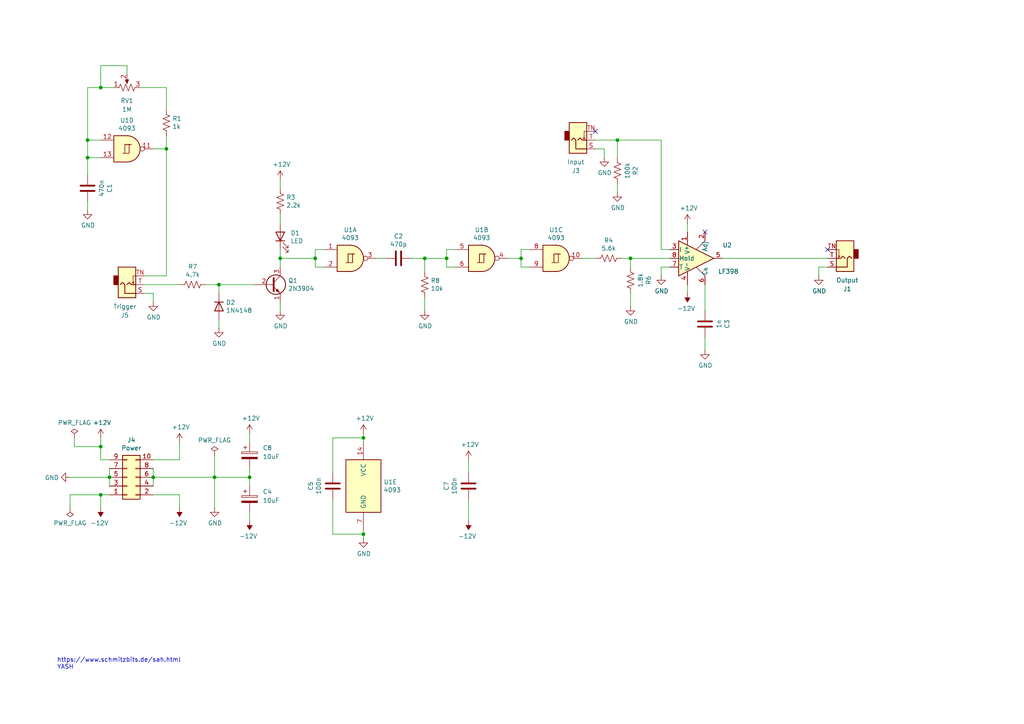
<source format=kicad_sch>
(kicad_sch
	(version 20231120)
	(generator "eeschema")
	(generator_version "8.0")
	(uuid "0c2bf2e1-51c7-4b3c-a05a-fb1e30642309")
	(paper "A4")
	(lib_symbols
		(symbol "4xxx:HEF4093B"
			(pin_names
				(offset 1.016)
			)
			(exclude_from_sim no)
			(in_bom yes)
			(on_board yes)
			(property "Reference" "U"
				(at 0 1.27 0)
				(effects
					(font
						(size 1.27 1.27)
					)
				)
			)
			(property "Value" "HEF4093B"
				(at 0 -1.27 0)
				(effects
					(font
						(size 1.27 1.27)
					)
				)
			)
			(property "Footprint" ""
				(at 0 0 0)
				(effects
					(font
						(size 1.27 1.27)
					)
					(hide yes)
				)
			)
			(property "Datasheet" "https://assets.nexperia.com/documents/data-sheet/HEF4093B.pdf"
				(at 0 0 0)
				(effects
					(font
						(size 1.27 1.27)
					)
					(hide yes)
				)
			)
			(property "Description" "Quad 2-Input NAND Schmitt Trigger, SOIC-14"
				(at 0 0 0)
				(effects
					(font
						(size 1.27 1.27)
					)
					(hide yes)
				)
			)
			(property "ki_locked" ""
				(at 0 0 0)
				(effects
					(font
						(size 1.27 1.27)
					)
				)
			)
			(property "ki_keywords" "NAND2"
				(at 0 0 0)
				(effects
					(font
						(size 1.27 1.27)
					)
					(hide yes)
				)
			)
			(property "ki_fp_filters" "SOIC*3.9x8.7mm*P1.27mm*"
				(at 0 0 0)
				(effects
					(font
						(size 1.27 1.27)
					)
					(hide yes)
				)
			)
			(symbol "HEF4093B_1_0"
				(polyline
					(pts
						(xy -0.635 -1.27) (xy -0.635 1.27) (xy 0.635 1.27)
					)
					(stroke
						(width 0)
						(type default)
					)
					(fill
						(type none)
					)
				)
				(polyline
					(pts
						(xy -0.635 -1.27) (xy -0.635 1.27) (xy 0.635 1.27)
					)
					(stroke
						(width 0)
						(type default)
					)
					(fill
						(type none)
					)
				)
				(polyline
					(pts
						(xy -1.27 -1.27) (xy 0.635 -1.27) (xy 0.635 1.27) (xy 1.27 1.27)
					)
					(stroke
						(width 0)
						(type default)
					)
					(fill
						(type none)
					)
				)
				(polyline
					(pts
						(xy -1.27 -1.27) (xy 0.635 -1.27) (xy 0.635 1.27) (xy 1.27 1.27)
					)
					(stroke
						(width 0)
						(type default)
					)
					(fill
						(type none)
					)
				)
			)
			(symbol "HEF4093B_1_1"
				(arc
					(start 0 -3.81)
					(mid 3.7934 0)
					(end 0 3.81)
					(stroke
						(width 0.254)
						(type default)
					)
					(fill
						(type background)
					)
				)
				(polyline
					(pts
						(xy 0 3.81) (xy -3.81 3.81) (xy -3.81 -3.81) (xy 0 -3.81)
					)
					(stroke
						(width 0.254)
						(type default)
					)
					(fill
						(type background)
					)
				)
				(pin input line
					(at -7.62 2.54 0)
					(length 3.81)
					(name "~"
						(effects
							(font
								(size 1.27 1.27)
							)
						)
					)
					(number "1"
						(effects
							(font
								(size 1.27 1.27)
							)
						)
					)
				)
				(pin input line
					(at -7.62 -2.54 0)
					(length 3.81)
					(name "~"
						(effects
							(font
								(size 1.27 1.27)
							)
						)
					)
					(number "2"
						(effects
							(font
								(size 1.27 1.27)
							)
						)
					)
				)
				(pin output inverted
					(at 7.62 0 180)
					(length 3.81)
					(name "~"
						(effects
							(font
								(size 1.27 1.27)
							)
						)
					)
					(number "3"
						(effects
							(font
								(size 1.27 1.27)
							)
						)
					)
				)
			)
			(symbol "HEF4093B_1_2"
				(arc
					(start -3.81 -3.81)
					(mid -2.589 0)
					(end -3.81 3.81)
					(stroke
						(width 0.254)
						(type default)
					)
					(fill
						(type none)
					)
				)
				(arc
					(start -0.6096 -3.81)
					(mid 2.1842 -2.5851)
					(end 3.81 0)
					(stroke
						(width 0.254)
						(type default)
					)
					(fill
						(type background)
					)
				)
				(polyline
					(pts
						(xy -3.81 -3.81) (xy -0.635 -3.81)
					)
					(stroke
						(width 0.254)
						(type default)
					)
					(fill
						(type background)
					)
				)
				(polyline
					(pts
						(xy -3.81 3.81) (xy -0.635 3.81)
					)
					(stroke
						(width 0.254)
						(type default)
					)
					(fill
						(type background)
					)
				)
				(polyline
					(pts
						(xy -0.635 3.81) (xy -3.81 3.81) (xy -3.81 3.81) (xy -3.556 3.4036) (xy -3.0226 2.2606) (xy -2.6924 1.0414)
						(xy -2.6162 -0.254) (xy -2.7686 -1.4986) (xy -3.175 -2.7178) (xy -3.81 -3.81) (xy -3.81 -3.81)
						(xy -0.635 -3.81)
					)
					(stroke
						(width -25.4)
						(type default)
					)
					(fill
						(type background)
					)
				)
				(arc
					(start 3.81 0)
					(mid 2.1915 2.5936)
					(end -0.6096 3.81)
					(stroke
						(width 0.254)
						(type default)
					)
					(fill
						(type background)
					)
				)
				(pin input inverted
					(at -7.62 2.54 0)
					(length 4.318)
					(name "~"
						(effects
							(font
								(size 1.27 1.27)
							)
						)
					)
					(number "1"
						(effects
							(font
								(size 1.27 1.27)
							)
						)
					)
				)
				(pin input inverted
					(at -7.62 -2.54 0)
					(length 4.318)
					(name "~"
						(effects
							(font
								(size 1.27 1.27)
							)
						)
					)
					(number "2"
						(effects
							(font
								(size 1.27 1.27)
							)
						)
					)
				)
				(pin output line
					(at 7.62 0 180)
					(length 3.81)
					(name "~"
						(effects
							(font
								(size 1.27 1.27)
							)
						)
					)
					(number "3"
						(effects
							(font
								(size 1.27 1.27)
							)
						)
					)
				)
			)
			(symbol "HEF4093B_2_0"
				(polyline
					(pts
						(xy -0.635 -1.27) (xy -0.635 1.27) (xy 0.635 1.27)
					)
					(stroke
						(width 0)
						(type default)
					)
					(fill
						(type none)
					)
				)
				(polyline
					(pts
						(xy -0.635 -1.27) (xy -0.635 1.27) (xy 0.635 1.27)
					)
					(stroke
						(width 0)
						(type default)
					)
					(fill
						(type none)
					)
				)
				(polyline
					(pts
						(xy -1.27 -1.27) (xy 0.635 -1.27) (xy 0.635 1.27) (xy 1.27 1.27)
					)
					(stroke
						(width 0)
						(type default)
					)
					(fill
						(type none)
					)
				)
				(polyline
					(pts
						(xy -1.27 -1.27) (xy 0.635 -1.27) (xy 0.635 1.27) (xy 1.27 1.27)
					)
					(stroke
						(width 0)
						(type default)
					)
					(fill
						(type none)
					)
				)
			)
			(symbol "HEF4093B_2_1"
				(arc
					(start 0 -3.81)
					(mid 3.7934 0)
					(end 0 3.81)
					(stroke
						(width 0.254)
						(type default)
					)
					(fill
						(type background)
					)
				)
				(polyline
					(pts
						(xy 0 3.81) (xy -3.81 3.81) (xy -3.81 -3.81) (xy 0 -3.81)
					)
					(stroke
						(width 0.254)
						(type default)
					)
					(fill
						(type background)
					)
				)
				(pin output inverted
					(at 7.62 0 180)
					(length 3.81)
					(name "~"
						(effects
							(font
								(size 1.27 1.27)
							)
						)
					)
					(number "4"
						(effects
							(font
								(size 1.27 1.27)
							)
						)
					)
				)
				(pin input line
					(at -7.62 2.54 0)
					(length 3.81)
					(name "~"
						(effects
							(font
								(size 1.27 1.27)
							)
						)
					)
					(number "5"
						(effects
							(font
								(size 1.27 1.27)
							)
						)
					)
				)
				(pin input line
					(at -7.62 -2.54 0)
					(length 3.81)
					(name "~"
						(effects
							(font
								(size 1.27 1.27)
							)
						)
					)
					(number "6"
						(effects
							(font
								(size 1.27 1.27)
							)
						)
					)
				)
			)
			(symbol "HEF4093B_2_2"
				(arc
					(start -3.81 -3.81)
					(mid -2.589 0)
					(end -3.81 3.81)
					(stroke
						(width 0.254)
						(type default)
					)
					(fill
						(type none)
					)
				)
				(arc
					(start -0.6096 -3.81)
					(mid 2.1842 -2.5851)
					(end 3.81 0)
					(stroke
						(width 0.254)
						(type default)
					)
					(fill
						(type background)
					)
				)
				(polyline
					(pts
						(xy -3.81 -3.81) (xy -0.635 -3.81)
					)
					(stroke
						(width 0.254)
						(type default)
					)
					(fill
						(type background)
					)
				)
				(polyline
					(pts
						(xy -3.81 3.81) (xy -0.635 3.81)
					)
					(stroke
						(width 0.254)
						(type default)
					)
					(fill
						(type background)
					)
				)
				(polyline
					(pts
						(xy -0.635 3.81) (xy -3.81 3.81) (xy -3.81 3.81) (xy -3.556 3.4036) (xy -3.0226 2.2606) (xy -2.6924 1.0414)
						(xy -2.6162 -0.254) (xy -2.7686 -1.4986) (xy -3.175 -2.7178) (xy -3.81 -3.81) (xy -3.81 -3.81)
						(xy -0.635 -3.81)
					)
					(stroke
						(width -25.4)
						(type default)
					)
					(fill
						(type background)
					)
				)
				(arc
					(start 3.81 0)
					(mid 2.1915 2.5936)
					(end -0.6096 3.81)
					(stroke
						(width 0.254)
						(type default)
					)
					(fill
						(type background)
					)
				)
				(pin output line
					(at 7.62 0 180)
					(length 3.81)
					(name "~"
						(effects
							(font
								(size 1.27 1.27)
							)
						)
					)
					(number "4"
						(effects
							(font
								(size 1.27 1.27)
							)
						)
					)
				)
				(pin input inverted
					(at -7.62 2.54 0)
					(length 4.318)
					(name "~"
						(effects
							(font
								(size 1.27 1.27)
							)
						)
					)
					(number "5"
						(effects
							(font
								(size 1.27 1.27)
							)
						)
					)
				)
				(pin input inverted
					(at -7.62 -2.54 0)
					(length 4.318)
					(name "~"
						(effects
							(font
								(size 1.27 1.27)
							)
						)
					)
					(number "6"
						(effects
							(font
								(size 1.27 1.27)
							)
						)
					)
				)
			)
			(symbol "HEF4093B_3_0"
				(polyline
					(pts
						(xy -0.635 -1.27) (xy -0.635 1.27) (xy 0.635 1.27)
					)
					(stroke
						(width 0)
						(type default)
					)
					(fill
						(type none)
					)
				)
				(polyline
					(pts
						(xy -0.635 -1.27) (xy -0.635 1.27) (xy 0.635 1.27)
					)
					(stroke
						(width 0)
						(type default)
					)
					(fill
						(type none)
					)
				)
				(polyline
					(pts
						(xy -1.27 -1.27) (xy 0.635 -1.27) (xy 0.635 1.27) (xy 1.27 1.27)
					)
					(stroke
						(width 0)
						(type default)
					)
					(fill
						(type none)
					)
				)
				(polyline
					(pts
						(xy -1.27 -1.27) (xy 0.635 -1.27) (xy 0.635 1.27) (xy 1.27 1.27)
					)
					(stroke
						(width 0)
						(type default)
					)
					(fill
						(type none)
					)
				)
			)
			(symbol "HEF4093B_3_1"
				(arc
					(start 0 -3.81)
					(mid 3.7934 0)
					(end 0 3.81)
					(stroke
						(width 0.254)
						(type default)
					)
					(fill
						(type background)
					)
				)
				(polyline
					(pts
						(xy 0 3.81) (xy -3.81 3.81) (xy -3.81 -3.81) (xy 0 -3.81)
					)
					(stroke
						(width 0.254)
						(type default)
					)
					(fill
						(type background)
					)
				)
				(pin output inverted
					(at 7.62 0 180)
					(length 3.81)
					(name "~"
						(effects
							(font
								(size 1.27 1.27)
							)
						)
					)
					(number "10"
						(effects
							(font
								(size 1.27 1.27)
							)
						)
					)
				)
				(pin input line
					(at -7.62 2.54 0)
					(length 3.81)
					(name "~"
						(effects
							(font
								(size 1.27 1.27)
							)
						)
					)
					(number "8"
						(effects
							(font
								(size 1.27 1.27)
							)
						)
					)
				)
				(pin input line
					(at -7.62 -2.54 0)
					(length 3.81)
					(name "~"
						(effects
							(font
								(size 1.27 1.27)
							)
						)
					)
					(number "9"
						(effects
							(font
								(size 1.27 1.27)
							)
						)
					)
				)
			)
			(symbol "HEF4093B_3_2"
				(arc
					(start -3.81 -3.81)
					(mid -2.589 0)
					(end -3.81 3.81)
					(stroke
						(width 0.254)
						(type default)
					)
					(fill
						(type none)
					)
				)
				(arc
					(start -0.6096 -3.81)
					(mid 2.1842 -2.5851)
					(end 3.81 0)
					(stroke
						(width 0.254)
						(type default)
					)
					(fill
						(type background)
					)
				)
				(polyline
					(pts
						(xy -3.81 -3.81) (xy -0.635 -3.81)
					)
					(stroke
						(width 0.254)
						(type default)
					)
					(fill
						(type background)
					)
				)
				(polyline
					(pts
						(xy -3.81 3.81) (xy -0.635 3.81)
					)
					(stroke
						(width 0.254)
						(type default)
					)
					(fill
						(type background)
					)
				)
				(polyline
					(pts
						(xy -0.635 3.81) (xy -3.81 3.81) (xy -3.81 3.81) (xy -3.556 3.4036) (xy -3.0226 2.2606) (xy -2.6924 1.0414)
						(xy -2.6162 -0.254) (xy -2.7686 -1.4986) (xy -3.175 -2.7178) (xy -3.81 -3.81) (xy -3.81 -3.81)
						(xy -0.635 -3.81)
					)
					(stroke
						(width -25.4)
						(type default)
					)
					(fill
						(type background)
					)
				)
				(arc
					(start 3.81 0)
					(mid 2.1915 2.5936)
					(end -0.6096 3.81)
					(stroke
						(width 0.254)
						(type default)
					)
					(fill
						(type background)
					)
				)
				(pin output line
					(at 7.62 0 180)
					(length 3.81)
					(name "~"
						(effects
							(font
								(size 1.27 1.27)
							)
						)
					)
					(number "10"
						(effects
							(font
								(size 1.27 1.27)
							)
						)
					)
				)
				(pin input inverted
					(at -7.62 2.54 0)
					(length 4.318)
					(name "~"
						(effects
							(font
								(size 1.27 1.27)
							)
						)
					)
					(number "8"
						(effects
							(font
								(size 1.27 1.27)
							)
						)
					)
				)
				(pin input inverted
					(at -7.62 -2.54 0)
					(length 4.318)
					(name "~"
						(effects
							(font
								(size 1.27 1.27)
							)
						)
					)
					(number "9"
						(effects
							(font
								(size 1.27 1.27)
							)
						)
					)
				)
			)
			(symbol "HEF4093B_4_0"
				(polyline
					(pts
						(xy -0.635 -1.27) (xy -0.635 1.27) (xy 0.635 1.27)
					)
					(stroke
						(width 0)
						(type default)
					)
					(fill
						(type none)
					)
				)
				(polyline
					(pts
						(xy -0.635 -1.27) (xy -0.635 1.27) (xy 0.635 1.27)
					)
					(stroke
						(width 0)
						(type default)
					)
					(fill
						(type none)
					)
				)
				(polyline
					(pts
						(xy -1.27 -1.27) (xy 0.635 -1.27) (xy 0.635 1.27) (xy 1.27 1.27)
					)
					(stroke
						(width 0)
						(type default)
					)
					(fill
						(type none)
					)
				)
				(polyline
					(pts
						(xy -1.27 -1.27) (xy 0.635 -1.27) (xy 0.635 1.27) (xy 1.27 1.27)
					)
					(stroke
						(width 0)
						(type default)
					)
					(fill
						(type none)
					)
				)
			)
			(symbol "HEF4093B_4_1"
				(arc
					(start 0 -3.81)
					(mid 3.7934 0)
					(end 0 3.81)
					(stroke
						(width 0.254)
						(type default)
					)
					(fill
						(type background)
					)
				)
				(polyline
					(pts
						(xy 0 3.81) (xy -3.81 3.81) (xy -3.81 -3.81) (xy 0 -3.81)
					)
					(stroke
						(width 0.254)
						(type default)
					)
					(fill
						(type background)
					)
				)
				(pin output inverted
					(at 7.62 0 180)
					(length 3.81)
					(name "~"
						(effects
							(font
								(size 1.27 1.27)
							)
						)
					)
					(number "11"
						(effects
							(font
								(size 1.27 1.27)
							)
						)
					)
				)
				(pin input line
					(at -7.62 2.54 0)
					(length 3.81)
					(name "~"
						(effects
							(font
								(size 1.27 1.27)
							)
						)
					)
					(number "12"
						(effects
							(font
								(size 1.27 1.27)
							)
						)
					)
				)
				(pin input line
					(at -7.62 -2.54 0)
					(length 3.81)
					(name "~"
						(effects
							(font
								(size 1.27 1.27)
							)
						)
					)
					(number "13"
						(effects
							(font
								(size 1.27 1.27)
							)
						)
					)
				)
			)
			(symbol "HEF4093B_4_2"
				(arc
					(start -3.81 -3.81)
					(mid -2.589 0)
					(end -3.81 3.81)
					(stroke
						(width 0.254)
						(type default)
					)
					(fill
						(type none)
					)
				)
				(arc
					(start -0.6096 -3.81)
					(mid 2.1842 -2.5851)
					(end 3.81 0)
					(stroke
						(width 0.254)
						(type default)
					)
					(fill
						(type background)
					)
				)
				(polyline
					(pts
						(xy -3.81 -3.81) (xy -0.635 -3.81)
					)
					(stroke
						(width 0.254)
						(type default)
					)
					(fill
						(type background)
					)
				)
				(polyline
					(pts
						(xy -3.81 3.81) (xy -0.635 3.81)
					)
					(stroke
						(width 0.254)
						(type default)
					)
					(fill
						(type background)
					)
				)
				(polyline
					(pts
						(xy -0.635 3.81) (xy -3.81 3.81) (xy -3.81 3.81) (xy -3.556 3.4036) (xy -3.0226 2.2606) (xy -2.6924 1.0414)
						(xy -2.6162 -0.254) (xy -2.7686 -1.4986) (xy -3.175 -2.7178) (xy -3.81 -3.81) (xy -3.81 -3.81)
						(xy -0.635 -3.81)
					)
					(stroke
						(width -25.4)
						(type default)
					)
					(fill
						(type background)
					)
				)
				(arc
					(start 3.81 0)
					(mid 2.1915 2.5936)
					(end -0.6096 3.81)
					(stroke
						(width 0.254)
						(type default)
					)
					(fill
						(type background)
					)
				)
				(pin output line
					(at 7.62 0 180)
					(length 3.81)
					(name "~"
						(effects
							(font
								(size 1.27 1.27)
							)
						)
					)
					(number "11"
						(effects
							(font
								(size 1.27 1.27)
							)
						)
					)
				)
				(pin input inverted
					(at -7.62 2.54 0)
					(length 4.318)
					(name "~"
						(effects
							(font
								(size 1.27 1.27)
							)
						)
					)
					(number "12"
						(effects
							(font
								(size 1.27 1.27)
							)
						)
					)
				)
				(pin input inverted
					(at -7.62 -2.54 0)
					(length 4.318)
					(name "~"
						(effects
							(font
								(size 1.27 1.27)
							)
						)
					)
					(number "13"
						(effects
							(font
								(size 1.27 1.27)
							)
						)
					)
				)
			)
			(symbol "HEF4093B_5_0"
				(pin power_in line
					(at 0 12.7 270)
					(length 5.08)
					(name "VCC"
						(effects
							(font
								(size 1.27 1.27)
							)
						)
					)
					(number "14"
						(effects
							(font
								(size 1.27 1.27)
							)
						)
					)
				)
				(pin power_in line
					(at 0 -12.7 90)
					(length 5.08)
					(name "GND"
						(effects
							(font
								(size 1.27 1.27)
							)
						)
					)
					(number "7"
						(effects
							(font
								(size 1.27 1.27)
							)
						)
					)
				)
			)
			(symbol "HEF4093B_5_1"
				(rectangle
					(start -5.08 7.62)
					(end 5.08 -7.62)
					(stroke
						(width 0.254)
						(type default)
					)
					(fill
						(type background)
					)
				)
			)
		)
		(symbol "Analog:LF398_DIP8"
			(pin_names
				(offset 0.127)
			)
			(exclude_from_sim no)
			(in_bom yes)
			(on_board yes)
			(property "Reference" "U"
				(at 5.08 3.81 0)
				(effects
					(font
						(size 1.27 1.27)
					)
					(justify left)
				)
			)
			(property "Value" "LF398_DIP8"
				(at 5.08 -2.54 0)
				(effects
					(font
						(size 1.27 1.27)
					)
					(justify left)
				)
			)
			(property "Footprint" "Package_DIP:DIP-8_W7.62mm"
				(at 0 0 0)
				(effects
					(font
						(size 1.27 1.27)
					)
					(hide yes)
				)
			)
			(property "Datasheet" "http://www.ti.com/lit/ds/symlink/lf398-n.pdf"
				(at 0 0 0)
				(effects
					(font
						(size 1.27 1.27)
					)
					(hide yes)
				)
			)
			(property "Description" "Sample And Hold Unity Gain Follower, DIP-8"
				(at 0 0 0)
				(effects
					(font
						(size 1.27 1.27)
					)
					(hide yes)
				)
			)
			(property "ki_keywords" "sample hold buffer unity gain"
				(at 0 0 0)
				(effects
					(font
						(size 1.27 1.27)
					)
					(hide yes)
				)
			)
			(property "ki_fp_filters" "*DIP*W7.62mm*"
				(at 0 0 0)
				(effects
					(font
						(size 1.27 1.27)
					)
					(hide yes)
				)
			)
			(symbol "LF398_DIP8_0_1"
				(polyline
					(pts
						(xy 0 -2.54) (xy 2.54 -5.08)
					)
					(stroke
						(width 0)
						(type default)
					)
					(fill
						(type none)
					)
				)
				(polyline
					(pts
						(xy 2.54 5.08) (xy 0 2.54)
					)
					(stroke
						(width 0)
						(type default)
					)
					(fill
						(type none)
					)
				)
				(polyline
					(pts
						(xy -5.08 5.08) (xy 5.08 0) (xy -5.08 -5.08) (xy -5.08 5.08)
					)
					(stroke
						(width 0.254)
						(type default)
					)
					(fill
						(type background)
					)
				)
			)
			(symbol "LF398_DIP8_1_1"
				(pin passive line
					(at -2.54 7.62 270)
					(length 3.81)
					(name "V^{+}"
						(effects
							(font
								(size 1.27 1.27)
							)
						)
					)
					(number "1"
						(effects
							(font
								(size 1.27 1.27)
							)
						)
					)
				)
				(pin passive line
					(at 2.54 7.62 270)
					(length 2.54)
					(name "Adj"
						(effects
							(font
								(size 1.27 1.27)
							)
						)
					)
					(number "2"
						(effects
							(font
								(size 1.27 1.27)
							)
						)
					)
				)
				(pin input line
					(at -7.62 2.54 0)
					(length 2.54)
					(name "I"
						(effects
							(font
								(size 1.27 1.27)
							)
						)
					)
					(number "3"
						(effects
							(font
								(size 1.27 1.27)
							)
						)
					)
				)
				(pin passive line
					(at -2.54 -7.62 90)
					(length 3.81)
					(name "V^{-}"
						(effects
							(font
								(size 1.27 1.27)
							)
						)
					)
					(number "4"
						(effects
							(font
								(size 1.27 1.27)
							)
						)
					)
				)
				(pin output line
					(at 7.62 0 180)
					(length 2.54)
					(name "~"
						(effects
							(font
								(size 1.27 1.27)
							)
						)
					)
					(number "5"
						(effects
							(font
								(size 1.27 1.27)
							)
						)
					)
				)
				(pin passive line
					(at 2.54 -7.62 90)
					(length 2.54)
					(name "C_{h}"
						(effects
							(font
								(size 1.27 1.27)
							)
						)
					)
					(number "6"
						(effects
							(font
								(size 1.27 1.27)
							)
						)
					)
				)
				(pin passive line
					(at -7.62 -2.54 0)
					(length 2.54)
					(name "T"
						(effects
							(font
								(size 1.27 1.27)
							)
						)
					)
					(number "7"
						(effects
							(font
								(size 1.27 1.27)
							)
						)
					)
				)
				(pin input line
					(at -7.62 0 0)
					(length 2.54)
					(name "Hold"
						(effects
							(font
								(size 1.27 1.27)
							)
						)
					)
					(number "8"
						(effects
							(font
								(size 1.27 1.27)
							)
						)
					)
				)
			)
		)
		(symbol "Connector_Audio:AudioJack2_SwitchT"
			(exclude_from_sim no)
			(in_bom yes)
			(on_board yes)
			(property "Reference" "J"
				(at 0 8.89 0)
				(effects
					(font
						(size 1.27 1.27)
					)
				)
			)
			(property "Value" "AudioJack2_SwitchT"
				(at 0 6.35 0)
				(effects
					(font
						(size 1.27 1.27)
					)
				)
			)
			(property "Footprint" ""
				(at 0 0 0)
				(effects
					(font
						(size 1.27 1.27)
					)
					(hide yes)
				)
			)
			(property "Datasheet" "~"
				(at 0 0 0)
				(effects
					(font
						(size 1.27 1.27)
					)
					(hide yes)
				)
			)
			(property "Description" "Audio Jack, 2 Poles (Mono / TS), Switched T Pole (Normalling)"
				(at 0 0 0)
				(effects
					(font
						(size 1.27 1.27)
					)
					(hide yes)
				)
			)
			(property "ki_keywords" "audio jack receptacle mono headphones phone TS connector"
				(at 0 0 0)
				(effects
					(font
						(size 1.27 1.27)
					)
					(hide yes)
				)
			)
			(property "ki_fp_filters" "Jack*"
				(at 0 0 0)
				(effects
					(font
						(size 1.27 1.27)
					)
					(hide yes)
				)
			)
			(symbol "AudioJack2_SwitchT_0_1"
				(rectangle
					(start -2.54 0)
					(end -3.81 -2.54)
					(stroke
						(width 0.254)
						(type default)
					)
					(fill
						(type outline)
					)
				)
				(polyline
					(pts
						(xy 1.778 -0.254) (xy 2.032 -0.762)
					)
					(stroke
						(width 0)
						(type default)
					)
					(fill
						(type none)
					)
				)
				(polyline
					(pts
						(xy 0 0) (xy 0.635 -0.635) (xy 1.27 0) (xy 2.54 0)
					)
					(stroke
						(width 0.254)
						(type default)
					)
					(fill
						(type none)
					)
				)
				(polyline
					(pts
						(xy 2.54 -2.54) (xy 1.778 -2.54) (xy 1.778 -0.254) (xy 1.524 -0.762)
					)
					(stroke
						(width 0)
						(type default)
					)
					(fill
						(type none)
					)
				)
				(polyline
					(pts
						(xy 2.54 2.54) (xy -0.635 2.54) (xy -0.635 0) (xy -1.27 -0.635) (xy -1.905 0)
					)
					(stroke
						(width 0.254)
						(type default)
					)
					(fill
						(type none)
					)
				)
				(rectangle
					(start 2.54 3.81)
					(end -2.54 -5.08)
					(stroke
						(width 0.254)
						(type default)
					)
					(fill
						(type background)
					)
				)
			)
			(symbol "AudioJack2_SwitchT_1_1"
				(pin passive line
					(at 5.08 2.54 180)
					(length 2.54)
					(name "~"
						(effects
							(font
								(size 1.27 1.27)
							)
						)
					)
					(number "S"
						(effects
							(font
								(size 1.27 1.27)
							)
						)
					)
				)
				(pin passive line
					(at 5.08 0 180)
					(length 2.54)
					(name "~"
						(effects
							(font
								(size 1.27 1.27)
							)
						)
					)
					(number "T"
						(effects
							(font
								(size 1.27 1.27)
							)
						)
					)
				)
				(pin passive line
					(at 5.08 -2.54 180)
					(length 2.54)
					(name "~"
						(effects
							(font
								(size 1.27 1.27)
							)
						)
					)
					(number "TN"
						(effects
							(font
								(size 1.27 1.27)
							)
						)
					)
				)
			)
		)
		(symbol "Connector_Generic:Conn_02x05_Odd_Even"
			(pin_names
				(offset 1.016) hide)
			(exclude_from_sim no)
			(in_bom yes)
			(on_board yes)
			(property "Reference" "J"
				(at 1.27 7.62 0)
				(effects
					(font
						(size 1.27 1.27)
					)
				)
			)
			(property "Value" "Conn_02x05_Odd_Even"
				(at 1.27 -7.62 0)
				(effects
					(font
						(size 1.27 1.27)
					)
				)
			)
			(property "Footprint" ""
				(at 0 0 0)
				(effects
					(font
						(size 1.27 1.27)
					)
					(hide yes)
				)
			)
			(property "Datasheet" "~"
				(at 0 0 0)
				(effects
					(font
						(size 1.27 1.27)
					)
					(hide yes)
				)
			)
			(property "Description" "Generic connector, double row, 02x05, odd/even pin numbering scheme (row 1 odd numbers, row 2 even numbers), script generated (kicad-library-utils/schlib/autogen/connector/)"
				(at 0 0 0)
				(effects
					(font
						(size 1.27 1.27)
					)
					(hide yes)
				)
			)
			(property "ki_keywords" "connector"
				(at 0 0 0)
				(effects
					(font
						(size 1.27 1.27)
					)
					(hide yes)
				)
			)
			(property "ki_fp_filters" "Connector*:*_2x??_*"
				(at 0 0 0)
				(effects
					(font
						(size 1.27 1.27)
					)
					(hide yes)
				)
			)
			(symbol "Conn_02x05_Odd_Even_1_1"
				(rectangle
					(start -1.27 -4.953)
					(end 0 -5.207)
					(stroke
						(width 0.1524)
						(type default)
					)
					(fill
						(type none)
					)
				)
				(rectangle
					(start -1.27 -2.413)
					(end 0 -2.667)
					(stroke
						(width 0.1524)
						(type default)
					)
					(fill
						(type none)
					)
				)
				(rectangle
					(start -1.27 0.127)
					(end 0 -0.127)
					(stroke
						(width 0.1524)
						(type default)
					)
					(fill
						(type none)
					)
				)
				(rectangle
					(start -1.27 2.667)
					(end 0 2.413)
					(stroke
						(width 0.1524)
						(type default)
					)
					(fill
						(type none)
					)
				)
				(rectangle
					(start -1.27 5.207)
					(end 0 4.953)
					(stroke
						(width 0.1524)
						(type default)
					)
					(fill
						(type none)
					)
				)
				(rectangle
					(start -1.27 6.35)
					(end 3.81 -6.35)
					(stroke
						(width 0.254)
						(type default)
					)
					(fill
						(type background)
					)
				)
				(rectangle
					(start 3.81 -4.953)
					(end 2.54 -5.207)
					(stroke
						(width 0.1524)
						(type default)
					)
					(fill
						(type none)
					)
				)
				(rectangle
					(start 3.81 -2.413)
					(end 2.54 -2.667)
					(stroke
						(width 0.1524)
						(type default)
					)
					(fill
						(type none)
					)
				)
				(rectangle
					(start 3.81 0.127)
					(end 2.54 -0.127)
					(stroke
						(width 0.1524)
						(type default)
					)
					(fill
						(type none)
					)
				)
				(rectangle
					(start 3.81 2.667)
					(end 2.54 2.413)
					(stroke
						(width 0.1524)
						(type default)
					)
					(fill
						(type none)
					)
				)
				(rectangle
					(start 3.81 5.207)
					(end 2.54 4.953)
					(stroke
						(width 0.1524)
						(type default)
					)
					(fill
						(type none)
					)
				)
				(pin passive line
					(at -5.08 5.08 0)
					(length 3.81)
					(name "Pin_1"
						(effects
							(font
								(size 1.27 1.27)
							)
						)
					)
					(number "1"
						(effects
							(font
								(size 1.27 1.27)
							)
						)
					)
				)
				(pin passive line
					(at 7.62 -5.08 180)
					(length 3.81)
					(name "Pin_10"
						(effects
							(font
								(size 1.27 1.27)
							)
						)
					)
					(number "10"
						(effects
							(font
								(size 1.27 1.27)
							)
						)
					)
				)
				(pin passive line
					(at 7.62 5.08 180)
					(length 3.81)
					(name "Pin_2"
						(effects
							(font
								(size 1.27 1.27)
							)
						)
					)
					(number "2"
						(effects
							(font
								(size 1.27 1.27)
							)
						)
					)
				)
				(pin passive line
					(at -5.08 2.54 0)
					(length 3.81)
					(name "Pin_3"
						(effects
							(font
								(size 1.27 1.27)
							)
						)
					)
					(number "3"
						(effects
							(font
								(size 1.27 1.27)
							)
						)
					)
				)
				(pin passive line
					(at 7.62 2.54 180)
					(length 3.81)
					(name "Pin_4"
						(effects
							(font
								(size 1.27 1.27)
							)
						)
					)
					(number "4"
						(effects
							(font
								(size 1.27 1.27)
							)
						)
					)
				)
				(pin passive line
					(at -5.08 0 0)
					(length 3.81)
					(name "Pin_5"
						(effects
							(font
								(size 1.27 1.27)
							)
						)
					)
					(number "5"
						(effects
							(font
								(size 1.27 1.27)
							)
						)
					)
				)
				(pin passive line
					(at 7.62 0 180)
					(length 3.81)
					(name "Pin_6"
						(effects
							(font
								(size 1.27 1.27)
							)
						)
					)
					(number "6"
						(effects
							(font
								(size 1.27 1.27)
							)
						)
					)
				)
				(pin passive line
					(at -5.08 -2.54 0)
					(length 3.81)
					(name "Pin_7"
						(effects
							(font
								(size 1.27 1.27)
							)
						)
					)
					(number "7"
						(effects
							(font
								(size 1.27 1.27)
							)
						)
					)
				)
				(pin passive line
					(at 7.62 -2.54 180)
					(length 3.81)
					(name "Pin_8"
						(effects
							(font
								(size 1.27 1.27)
							)
						)
					)
					(number "8"
						(effects
							(font
								(size 1.27 1.27)
							)
						)
					)
				)
				(pin passive line
					(at -5.08 -5.08 0)
					(length 3.81)
					(name "Pin_9"
						(effects
							(font
								(size 1.27 1.27)
							)
						)
					)
					(number "9"
						(effects
							(font
								(size 1.27 1.27)
							)
						)
					)
				)
			)
		)
		(symbol "Device:C"
			(pin_numbers hide)
			(pin_names
				(offset 0.254)
			)
			(exclude_from_sim no)
			(in_bom yes)
			(on_board yes)
			(property "Reference" "C"
				(at 0.635 2.54 0)
				(effects
					(font
						(size 1.27 1.27)
					)
					(justify left)
				)
			)
			(property "Value" "C"
				(at 0.635 -2.54 0)
				(effects
					(font
						(size 1.27 1.27)
					)
					(justify left)
				)
			)
			(property "Footprint" ""
				(at 0.9652 -3.81 0)
				(effects
					(font
						(size 1.27 1.27)
					)
					(hide yes)
				)
			)
			(property "Datasheet" "~"
				(at 0 0 0)
				(effects
					(font
						(size 1.27 1.27)
					)
					(hide yes)
				)
			)
			(property "Description" "Unpolarized capacitor"
				(at 0 0 0)
				(effects
					(font
						(size 1.27 1.27)
					)
					(hide yes)
				)
			)
			(property "ki_keywords" "cap capacitor"
				(at 0 0 0)
				(effects
					(font
						(size 1.27 1.27)
					)
					(hide yes)
				)
			)
			(property "ki_fp_filters" "C_*"
				(at 0 0 0)
				(effects
					(font
						(size 1.27 1.27)
					)
					(hide yes)
				)
			)
			(symbol "C_0_1"
				(polyline
					(pts
						(xy -2.032 -0.762) (xy 2.032 -0.762)
					)
					(stroke
						(width 0.508)
						(type default)
					)
					(fill
						(type none)
					)
				)
				(polyline
					(pts
						(xy -2.032 0.762) (xy 2.032 0.762)
					)
					(stroke
						(width 0.508)
						(type default)
					)
					(fill
						(type none)
					)
				)
			)
			(symbol "C_1_1"
				(pin passive line
					(at 0 3.81 270)
					(length 2.794)
					(name "~"
						(effects
							(font
								(size 1.27 1.27)
							)
						)
					)
					(number "1"
						(effects
							(font
								(size 1.27 1.27)
							)
						)
					)
				)
				(pin passive line
					(at 0 -3.81 90)
					(length 2.794)
					(name "~"
						(effects
							(font
								(size 1.27 1.27)
							)
						)
					)
					(number "2"
						(effects
							(font
								(size 1.27 1.27)
							)
						)
					)
				)
			)
		)
		(symbol "Device:C_Polarized"
			(pin_numbers hide)
			(pin_names
				(offset 0.254)
			)
			(exclude_from_sim no)
			(in_bom yes)
			(on_board yes)
			(property "Reference" "C"
				(at 0.635 2.54 0)
				(effects
					(font
						(size 1.27 1.27)
					)
					(justify left)
				)
			)
			(property "Value" "C_Polarized"
				(at 0.635 -2.54 0)
				(effects
					(font
						(size 1.27 1.27)
					)
					(justify left)
				)
			)
			(property "Footprint" ""
				(at 0.9652 -3.81 0)
				(effects
					(font
						(size 1.27 1.27)
					)
					(hide yes)
				)
			)
			(property "Datasheet" "~"
				(at 0 0 0)
				(effects
					(font
						(size 1.27 1.27)
					)
					(hide yes)
				)
			)
			(property "Description" "Polarized capacitor"
				(at 0 0 0)
				(effects
					(font
						(size 1.27 1.27)
					)
					(hide yes)
				)
			)
			(property "ki_keywords" "cap capacitor"
				(at 0 0 0)
				(effects
					(font
						(size 1.27 1.27)
					)
					(hide yes)
				)
			)
			(property "ki_fp_filters" "CP_*"
				(at 0 0 0)
				(effects
					(font
						(size 1.27 1.27)
					)
					(hide yes)
				)
			)
			(symbol "C_Polarized_0_1"
				(rectangle
					(start -2.286 0.508)
					(end 2.286 1.016)
					(stroke
						(width 0)
						(type default)
					)
					(fill
						(type none)
					)
				)
				(polyline
					(pts
						(xy -1.778 2.286) (xy -0.762 2.286)
					)
					(stroke
						(width 0)
						(type default)
					)
					(fill
						(type none)
					)
				)
				(polyline
					(pts
						(xy -1.27 2.794) (xy -1.27 1.778)
					)
					(stroke
						(width 0)
						(type default)
					)
					(fill
						(type none)
					)
				)
				(rectangle
					(start 2.286 -0.508)
					(end -2.286 -1.016)
					(stroke
						(width 0)
						(type default)
					)
					(fill
						(type outline)
					)
				)
			)
			(symbol "C_Polarized_1_1"
				(pin passive line
					(at 0 3.81 270)
					(length 2.794)
					(name "~"
						(effects
							(font
								(size 1.27 1.27)
							)
						)
					)
					(number "1"
						(effects
							(font
								(size 1.27 1.27)
							)
						)
					)
				)
				(pin passive line
					(at 0 -3.81 90)
					(length 2.794)
					(name "~"
						(effects
							(font
								(size 1.27 1.27)
							)
						)
					)
					(number "2"
						(effects
							(font
								(size 1.27 1.27)
							)
						)
					)
				)
			)
		)
		(symbol "Device:LED"
			(pin_numbers hide)
			(pin_names
				(offset 1.016) hide)
			(exclude_from_sim no)
			(in_bom yes)
			(on_board yes)
			(property "Reference" "D"
				(at 0 2.54 0)
				(effects
					(font
						(size 1.27 1.27)
					)
				)
			)
			(property "Value" "LED"
				(at 0 -2.54 0)
				(effects
					(font
						(size 1.27 1.27)
					)
				)
			)
			(property "Footprint" ""
				(at 0 0 0)
				(effects
					(font
						(size 1.27 1.27)
					)
					(hide yes)
				)
			)
			(property "Datasheet" "~"
				(at 0 0 0)
				(effects
					(font
						(size 1.27 1.27)
					)
					(hide yes)
				)
			)
			(property "Description" "Light emitting diode"
				(at 0 0 0)
				(effects
					(font
						(size 1.27 1.27)
					)
					(hide yes)
				)
			)
			(property "ki_keywords" "LED diode"
				(at 0 0 0)
				(effects
					(font
						(size 1.27 1.27)
					)
					(hide yes)
				)
			)
			(property "ki_fp_filters" "LED* LED_SMD:* LED_THT:*"
				(at 0 0 0)
				(effects
					(font
						(size 1.27 1.27)
					)
					(hide yes)
				)
			)
			(symbol "LED_0_1"
				(polyline
					(pts
						(xy -1.27 -1.27) (xy -1.27 1.27)
					)
					(stroke
						(width 0.254)
						(type default)
					)
					(fill
						(type none)
					)
				)
				(polyline
					(pts
						(xy -1.27 0) (xy 1.27 0)
					)
					(stroke
						(width 0)
						(type default)
					)
					(fill
						(type none)
					)
				)
				(polyline
					(pts
						(xy 1.27 -1.27) (xy 1.27 1.27) (xy -1.27 0) (xy 1.27 -1.27)
					)
					(stroke
						(width 0.254)
						(type default)
					)
					(fill
						(type none)
					)
				)
				(polyline
					(pts
						(xy -3.048 -0.762) (xy -4.572 -2.286) (xy -3.81 -2.286) (xy -4.572 -2.286) (xy -4.572 -1.524)
					)
					(stroke
						(width 0)
						(type default)
					)
					(fill
						(type none)
					)
				)
				(polyline
					(pts
						(xy -1.778 -0.762) (xy -3.302 -2.286) (xy -2.54 -2.286) (xy -3.302 -2.286) (xy -3.302 -1.524)
					)
					(stroke
						(width 0)
						(type default)
					)
					(fill
						(type none)
					)
				)
			)
			(symbol "LED_1_1"
				(pin passive line
					(at -3.81 0 0)
					(length 2.54)
					(name "K"
						(effects
							(font
								(size 1.27 1.27)
							)
						)
					)
					(number "1"
						(effects
							(font
								(size 1.27 1.27)
							)
						)
					)
				)
				(pin passive line
					(at 3.81 0 180)
					(length 2.54)
					(name "A"
						(effects
							(font
								(size 1.27 1.27)
							)
						)
					)
					(number "2"
						(effects
							(font
								(size 1.27 1.27)
							)
						)
					)
				)
			)
		)
		(symbol "Device:R_Potentiometer_US"
			(pin_names
				(offset 1.016) hide)
			(exclude_from_sim no)
			(in_bom yes)
			(on_board yes)
			(property "Reference" "RV"
				(at -4.445 0 90)
				(effects
					(font
						(size 1.27 1.27)
					)
				)
			)
			(property "Value" "R_Potentiometer_US"
				(at -2.54 0 90)
				(effects
					(font
						(size 1.27 1.27)
					)
				)
			)
			(property "Footprint" ""
				(at 0 0 0)
				(effects
					(font
						(size 1.27 1.27)
					)
					(hide yes)
				)
			)
			(property "Datasheet" "~"
				(at 0 0 0)
				(effects
					(font
						(size 1.27 1.27)
					)
					(hide yes)
				)
			)
			(property "Description" "Potentiometer, US symbol"
				(at 0 0 0)
				(effects
					(font
						(size 1.27 1.27)
					)
					(hide yes)
				)
			)
			(property "ki_keywords" "resistor variable"
				(at 0 0 0)
				(effects
					(font
						(size 1.27 1.27)
					)
					(hide yes)
				)
			)
			(property "ki_fp_filters" "Potentiometer*"
				(at 0 0 0)
				(effects
					(font
						(size 1.27 1.27)
					)
					(hide yes)
				)
			)
			(symbol "R_Potentiometer_US_0_1"
				(polyline
					(pts
						(xy 0 -2.286) (xy 0 -2.54)
					)
					(stroke
						(width 0)
						(type default)
					)
					(fill
						(type none)
					)
				)
				(polyline
					(pts
						(xy 0 2.54) (xy 0 2.286)
					)
					(stroke
						(width 0)
						(type default)
					)
					(fill
						(type none)
					)
				)
				(polyline
					(pts
						(xy 2.54 0) (xy 1.524 0)
					)
					(stroke
						(width 0)
						(type default)
					)
					(fill
						(type none)
					)
				)
				(polyline
					(pts
						(xy 1.143 0) (xy 2.286 0.508) (xy 2.286 -0.508) (xy 1.143 0)
					)
					(stroke
						(width 0)
						(type default)
					)
					(fill
						(type outline)
					)
				)
				(polyline
					(pts
						(xy 0 -0.762) (xy 1.016 -1.143) (xy 0 -1.524) (xy -1.016 -1.905) (xy 0 -2.286)
					)
					(stroke
						(width 0)
						(type default)
					)
					(fill
						(type none)
					)
				)
				(polyline
					(pts
						(xy 0 0.762) (xy 1.016 0.381) (xy 0 0) (xy -1.016 -0.381) (xy 0 -0.762)
					)
					(stroke
						(width 0)
						(type default)
					)
					(fill
						(type none)
					)
				)
				(polyline
					(pts
						(xy 0 2.286) (xy 1.016 1.905) (xy 0 1.524) (xy -1.016 1.143) (xy 0 0.762)
					)
					(stroke
						(width 0)
						(type default)
					)
					(fill
						(type none)
					)
				)
			)
			(symbol "R_Potentiometer_US_1_1"
				(pin passive line
					(at 0 3.81 270)
					(length 1.27)
					(name "1"
						(effects
							(font
								(size 1.27 1.27)
							)
						)
					)
					(number "1"
						(effects
							(font
								(size 1.27 1.27)
							)
						)
					)
				)
				(pin passive line
					(at 3.81 0 180)
					(length 1.27)
					(name "2"
						(effects
							(font
								(size 1.27 1.27)
							)
						)
					)
					(number "2"
						(effects
							(font
								(size 1.27 1.27)
							)
						)
					)
				)
				(pin passive line
					(at 0 -3.81 90)
					(length 1.27)
					(name "3"
						(effects
							(font
								(size 1.27 1.27)
							)
						)
					)
					(number "3"
						(effects
							(font
								(size 1.27 1.27)
							)
						)
					)
				)
			)
		)
		(symbol "Device:R_US"
			(pin_numbers hide)
			(pin_names
				(offset 0)
			)
			(exclude_from_sim no)
			(in_bom yes)
			(on_board yes)
			(property "Reference" "R"
				(at 2.54 0 90)
				(effects
					(font
						(size 1.27 1.27)
					)
				)
			)
			(property "Value" "R_US"
				(at -2.54 0 90)
				(effects
					(font
						(size 1.27 1.27)
					)
				)
			)
			(property "Footprint" ""
				(at 1.016 -0.254 90)
				(effects
					(font
						(size 1.27 1.27)
					)
					(hide yes)
				)
			)
			(property "Datasheet" "~"
				(at 0 0 0)
				(effects
					(font
						(size 1.27 1.27)
					)
					(hide yes)
				)
			)
			(property "Description" "Resistor, US symbol"
				(at 0 0 0)
				(effects
					(font
						(size 1.27 1.27)
					)
					(hide yes)
				)
			)
			(property "ki_keywords" "R res resistor"
				(at 0 0 0)
				(effects
					(font
						(size 1.27 1.27)
					)
					(hide yes)
				)
			)
			(property "ki_fp_filters" "R_*"
				(at 0 0 0)
				(effects
					(font
						(size 1.27 1.27)
					)
					(hide yes)
				)
			)
			(symbol "R_US_0_1"
				(polyline
					(pts
						(xy 0 -2.286) (xy 0 -2.54)
					)
					(stroke
						(width 0)
						(type default)
					)
					(fill
						(type none)
					)
				)
				(polyline
					(pts
						(xy 0 2.286) (xy 0 2.54)
					)
					(stroke
						(width 0)
						(type default)
					)
					(fill
						(type none)
					)
				)
				(polyline
					(pts
						(xy 0 -0.762) (xy 1.016 -1.143) (xy 0 -1.524) (xy -1.016 -1.905) (xy 0 -2.286)
					)
					(stroke
						(width 0)
						(type default)
					)
					(fill
						(type none)
					)
				)
				(polyline
					(pts
						(xy 0 0.762) (xy 1.016 0.381) (xy 0 0) (xy -1.016 -0.381) (xy 0 -0.762)
					)
					(stroke
						(width 0)
						(type default)
					)
					(fill
						(type none)
					)
				)
				(polyline
					(pts
						(xy 0 2.286) (xy 1.016 1.905) (xy 0 1.524) (xy -1.016 1.143) (xy 0 0.762)
					)
					(stroke
						(width 0)
						(type default)
					)
					(fill
						(type none)
					)
				)
			)
			(symbol "R_US_1_1"
				(pin passive line
					(at 0 3.81 270)
					(length 1.27)
					(name "~"
						(effects
							(font
								(size 1.27 1.27)
							)
						)
					)
					(number "1"
						(effects
							(font
								(size 1.27 1.27)
							)
						)
					)
				)
				(pin passive line
					(at 0 -3.81 90)
					(length 1.27)
					(name "~"
						(effects
							(font
								(size 1.27 1.27)
							)
						)
					)
					(number "2"
						(effects
							(font
								(size 1.27 1.27)
							)
						)
					)
				)
			)
		)
		(symbol "Diode:1N4148"
			(pin_numbers hide)
			(pin_names hide)
			(exclude_from_sim no)
			(in_bom yes)
			(on_board yes)
			(property "Reference" "D"
				(at 0 2.54 0)
				(effects
					(font
						(size 1.27 1.27)
					)
				)
			)
			(property "Value" "1N4148"
				(at 0 -2.54 0)
				(effects
					(font
						(size 1.27 1.27)
					)
				)
			)
			(property "Footprint" "Diode_THT:D_DO-35_SOD27_P7.62mm_Horizontal"
				(at 0 0 0)
				(effects
					(font
						(size 1.27 1.27)
					)
					(hide yes)
				)
			)
			(property "Datasheet" "https://assets.nexperia.com/documents/data-sheet/1N4148_1N4448.pdf"
				(at 0 0 0)
				(effects
					(font
						(size 1.27 1.27)
					)
					(hide yes)
				)
			)
			(property "Description" "100V 0.15A standard switching diode, DO-35"
				(at 0 0 0)
				(effects
					(font
						(size 1.27 1.27)
					)
					(hide yes)
				)
			)
			(property "Sim.Device" "D"
				(at 0 0 0)
				(effects
					(font
						(size 1.27 1.27)
					)
					(hide yes)
				)
			)
			(property "Sim.Pins" "1=K 2=A"
				(at 0 0 0)
				(effects
					(font
						(size 1.27 1.27)
					)
					(hide yes)
				)
			)
			(property "ki_keywords" "diode"
				(at 0 0 0)
				(effects
					(font
						(size 1.27 1.27)
					)
					(hide yes)
				)
			)
			(property "ki_fp_filters" "D*DO?35*"
				(at 0 0 0)
				(effects
					(font
						(size 1.27 1.27)
					)
					(hide yes)
				)
			)
			(symbol "1N4148_0_1"
				(polyline
					(pts
						(xy -1.27 1.27) (xy -1.27 -1.27)
					)
					(stroke
						(width 0.254)
						(type default)
					)
					(fill
						(type none)
					)
				)
				(polyline
					(pts
						(xy 1.27 0) (xy -1.27 0)
					)
					(stroke
						(width 0)
						(type default)
					)
					(fill
						(type none)
					)
				)
				(polyline
					(pts
						(xy 1.27 1.27) (xy 1.27 -1.27) (xy -1.27 0) (xy 1.27 1.27)
					)
					(stroke
						(width 0.254)
						(type default)
					)
					(fill
						(type none)
					)
				)
			)
			(symbol "1N4148_1_1"
				(pin passive line
					(at -3.81 0 0)
					(length 2.54)
					(name "K"
						(effects
							(font
								(size 1.27 1.27)
							)
						)
					)
					(number "1"
						(effects
							(font
								(size 1.27 1.27)
							)
						)
					)
				)
				(pin passive line
					(at 3.81 0 180)
					(length 2.54)
					(name "A"
						(effects
							(font
								(size 1.27 1.27)
							)
						)
					)
					(number "2"
						(effects
							(font
								(size 1.27 1.27)
							)
						)
					)
				)
			)
		)
		(symbol "Transistor_BJT:2N3904"
			(pin_names
				(offset 0) hide)
			(exclude_from_sim no)
			(in_bom yes)
			(on_board yes)
			(property "Reference" "Q"
				(at 5.08 1.905 0)
				(effects
					(font
						(size 1.27 1.27)
					)
					(justify left)
				)
			)
			(property "Value" "2N3904"
				(at 5.08 0 0)
				(effects
					(font
						(size 1.27 1.27)
					)
					(justify left)
				)
			)
			(property "Footprint" "Package_TO_SOT_THT:TO-92_Inline"
				(at 5.08 -1.905 0)
				(effects
					(font
						(size 1.27 1.27)
						(italic yes)
					)
					(justify left)
					(hide yes)
				)
			)
			(property "Datasheet" "https://www.onsemi.com/pub/Collateral/2N3903-D.PDF"
				(at 0 0 0)
				(effects
					(font
						(size 1.27 1.27)
					)
					(justify left)
					(hide yes)
				)
			)
			(property "Description" "0.2A Ic, 40V Vce, Small Signal NPN Transistor, TO-92"
				(at 0 0 0)
				(effects
					(font
						(size 1.27 1.27)
					)
					(hide yes)
				)
			)
			(property "ki_keywords" "NPN Transistor"
				(at 0 0 0)
				(effects
					(font
						(size 1.27 1.27)
					)
					(hide yes)
				)
			)
			(property "ki_fp_filters" "TO?92*"
				(at 0 0 0)
				(effects
					(font
						(size 1.27 1.27)
					)
					(hide yes)
				)
			)
			(symbol "2N3904_0_1"
				(polyline
					(pts
						(xy 0.635 0.635) (xy 2.54 2.54)
					)
					(stroke
						(width 0)
						(type default)
					)
					(fill
						(type none)
					)
				)
				(polyline
					(pts
						(xy 0.635 -0.635) (xy 2.54 -2.54) (xy 2.54 -2.54)
					)
					(stroke
						(width 0)
						(type default)
					)
					(fill
						(type none)
					)
				)
				(polyline
					(pts
						(xy 0.635 1.905) (xy 0.635 -1.905) (xy 0.635 -1.905)
					)
					(stroke
						(width 0.508)
						(type default)
					)
					(fill
						(type none)
					)
				)
				(polyline
					(pts
						(xy 1.27 -1.778) (xy 1.778 -1.27) (xy 2.286 -2.286) (xy 1.27 -1.778) (xy 1.27 -1.778)
					)
					(stroke
						(width 0)
						(type default)
					)
					(fill
						(type outline)
					)
				)
				(circle
					(center 1.27 0)
					(radius 2.8194)
					(stroke
						(width 0.254)
						(type default)
					)
					(fill
						(type none)
					)
				)
			)
			(symbol "2N3904_1_1"
				(pin passive line
					(at 2.54 -5.08 90)
					(length 2.54)
					(name "E"
						(effects
							(font
								(size 1.27 1.27)
							)
						)
					)
					(number "1"
						(effects
							(font
								(size 1.27 1.27)
							)
						)
					)
				)
				(pin passive line
					(at -5.08 0 0)
					(length 5.715)
					(name "B"
						(effects
							(font
								(size 1.27 1.27)
							)
						)
					)
					(number "2"
						(effects
							(font
								(size 1.27 1.27)
							)
						)
					)
				)
				(pin passive line
					(at 2.54 5.08 270)
					(length 2.54)
					(name "C"
						(effects
							(font
								(size 1.27 1.27)
							)
						)
					)
					(number "3"
						(effects
							(font
								(size 1.27 1.27)
							)
						)
					)
				)
			)
		)
		(symbol "power:+12V"
			(power)
			(pin_numbers hide)
			(pin_names
				(offset 0) hide)
			(exclude_from_sim no)
			(in_bom yes)
			(on_board yes)
			(property "Reference" "#PWR"
				(at 0 -3.81 0)
				(effects
					(font
						(size 1.27 1.27)
					)
					(hide yes)
				)
			)
			(property "Value" "+12V"
				(at 0 3.556 0)
				(effects
					(font
						(size 1.27 1.27)
					)
				)
			)
			(property "Footprint" ""
				(at 0 0 0)
				(effects
					(font
						(size 1.27 1.27)
					)
					(hide yes)
				)
			)
			(property "Datasheet" ""
				(at 0 0 0)
				(effects
					(font
						(size 1.27 1.27)
					)
					(hide yes)
				)
			)
			(property "Description" "Power symbol creates a global label with name \"+12V\""
				(at 0 0 0)
				(effects
					(font
						(size 1.27 1.27)
					)
					(hide yes)
				)
			)
			(property "ki_keywords" "global power"
				(at 0 0 0)
				(effects
					(font
						(size 1.27 1.27)
					)
					(hide yes)
				)
			)
			(symbol "+12V_0_1"
				(polyline
					(pts
						(xy -0.762 1.27) (xy 0 2.54)
					)
					(stroke
						(width 0)
						(type default)
					)
					(fill
						(type none)
					)
				)
				(polyline
					(pts
						(xy 0 0) (xy 0 2.54)
					)
					(stroke
						(width 0)
						(type default)
					)
					(fill
						(type none)
					)
				)
				(polyline
					(pts
						(xy 0 2.54) (xy 0.762 1.27)
					)
					(stroke
						(width 0)
						(type default)
					)
					(fill
						(type none)
					)
				)
			)
			(symbol "+12V_1_1"
				(pin power_in line
					(at 0 0 90)
					(length 0)
					(name "~"
						(effects
							(font
								(size 1.27 1.27)
							)
						)
					)
					(number "1"
						(effects
							(font
								(size 1.27 1.27)
							)
						)
					)
				)
			)
		)
		(symbol "power:-12V"
			(power)
			(pin_numbers hide)
			(pin_names
				(offset 0) hide)
			(exclude_from_sim no)
			(in_bom yes)
			(on_board yes)
			(property "Reference" "#PWR"
				(at 0 -3.81 0)
				(effects
					(font
						(size 1.27 1.27)
					)
					(hide yes)
				)
			)
			(property "Value" "-12V"
				(at 0 3.556 0)
				(effects
					(font
						(size 1.27 1.27)
					)
				)
			)
			(property "Footprint" ""
				(at 0 0 0)
				(effects
					(font
						(size 1.27 1.27)
					)
					(hide yes)
				)
			)
			(property "Datasheet" ""
				(at 0 0 0)
				(effects
					(font
						(size 1.27 1.27)
					)
					(hide yes)
				)
			)
			(property "Description" "Power symbol creates a global label with name \"-12V\""
				(at 0 0 0)
				(effects
					(font
						(size 1.27 1.27)
					)
					(hide yes)
				)
			)
			(property "ki_keywords" "global power"
				(at 0 0 0)
				(effects
					(font
						(size 1.27 1.27)
					)
					(hide yes)
				)
			)
			(symbol "-12V_0_0"
				(pin power_in line
					(at 0 0 90)
					(length 0)
					(name "~"
						(effects
							(font
								(size 1.27 1.27)
							)
						)
					)
					(number "1"
						(effects
							(font
								(size 1.27 1.27)
							)
						)
					)
				)
			)
			(symbol "-12V_0_1"
				(polyline
					(pts
						(xy 0 0) (xy 0 1.27) (xy 0.762 1.27) (xy 0 2.54) (xy -0.762 1.27) (xy 0 1.27)
					)
					(stroke
						(width 0)
						(type default)
					)
					(fill
						(type outline)
					)
				)
			)
		)
		(symbol "power:GND"
			(power)
			(pin_numbers hide)
			(pin_names
				(offset 0) hide)
			(exclude_from_sim no)
			(in_bom yes)
			(on_board yes)
			(property "Reference" "#PWR"
				(at 0 -6.35 0)
				(effects
					(font
						(size 1.27 1.27)
					)
					(hide yes)
				)
			)
			(property "Value" "GND"
				(at 0 -3.81 0)
				(effects
					(font
						(size 1.27 1.27)
					)
				)
			)
			(property "Footprint" ""
				(at 0 0 0)
				(effects
					(font
						(size 1.27 1.27)
					)
					(hide yes)
				)
			)
			(property "Datasheet" ""
				(at 0 0 0)
				(effects
					(font
						(size 1.27 1.27)
					)
					(hide yes)
				)
			)
			(property "Description" "Power symbol creates a global label with name \"GND\" , ground"
				(at 0 0 0)
				(effects
					(font
						(size 1.27 1.27)
					)
					(hide yes)
				)
			)
			(property "ki_keywords" "global power"
				(at 0 0 0)
				(effects
					(font
						(size 1.27 1.27)
					)
					(hide yes)
				)
			)
			(symbol "GND_0_1"
				(polyline
					(pts
						(xy 0 0) (xy 0 -1.27) (xy 1.27 -1.27) (xy 0 -2.54) (xy -1.27 -1.27) (xy 0 -1.27)
					)
					(stroke
						(width 0)
						(type default)
					)
					(fill
						(type none)
					)
				)
			)
			(symbol "GND_1_1"
				(pin power_in line
					(at 0 0 270)
					(length 0)
					(name "~"
						(effects
							(font
								(size 1.27 1.27)
							)
						)
					)
					(number "1"
						(effects
							(font
								(size 1.27 1.27)
							)
						)
					)
				)
			)
		)
		(symbol "power:PWR_FLAG"
			(power)
			(pin_numbers hide)
			(pin_names
				(offset 0) hide)
			(exclude_from_sim no)
			(in_bom yes)
			(on_board yes)
			(property "Reference" "#FLG"
				(at 0 1.905 0)
				(effects
					(font
						(size 1.27 1.27)
					)
					(hide yes)
				)
			)
			(property "Value" "PWR_FLAG"
				(at 0 3.81 0)
				(effects
					(font
						(size 1.27 1.27)
					)
				)
			)
			(property "Footprint" ""
				(at 0 0 0)
				(effects
					(font
						(size 1.27 1.27)
					)
					(hide yes)
				)
			)
			(property "Datasheet" "~"
				(at 0 0 0)
				(effects
					(font
						(size 1.27 1.27)
					)
					(hide yes)
				)
			)
			(property "Description" "Special symbol for telling ERC where power comes from"
				(at 0 0 0)
				(effects
					(font
						(size 1.27 1.27)
					)
					(hide yes)
				)
			)
			(property "ki_keywords" "flag power"
				(at 0 0 0)
				(effects
					(font
						(size 1.27 1.27)
					)
					(hide yes)
				)
			)
			(symbol "PWR_FLAG_0_0"
				(pin power_out line
					(at 0 0 90)
					(length 0)
					(name "~"
						(effects
							(font
								(size 1.27 1.27)
							)
						)
					)
					(number "1"
						(effects
							(font
								(size 1.27 1.27)
							)
						)
					)
				)
			)
			(symbol "PWR_FLAG_0_1"
				(polyline
					(pts
						(xy 0 0) (xy 0 1.27) (xy -1.016 1.905) (xy 0 2.54) (xy 1.016 1.905) (xy 0 1.27)
					)
					(stroke
						(width 0)
						(type default)
					)
					(fill
						(type none)
					)
				)
			)
		)
	)
	(junction
		(at 179.07 40.64)
		(diameter 0)
		(color 0 0 0 0)
		(uuid "13f480cd-c1db-4b9d-9f21-7bee798d0930")
	)
	(junction
		(at 81.28 74.93)
		(diameter 0)
		(color 0 0 0 0)
		(uuid "1a2a7ce9-de29-4ca9-9749-ee8b07138166")
	)
	(junction
		(at 72.39 138.43)
		(diameter 0)
		(color 0 0 0 0)
		(uuid "21da58d5-981f-4ff9-a7b7-3a95b8be6d73")
	)
	(junction
		(at 31.75 138.43)
		(diameter 0)
		(color 0 0 0 0)
		(uuid "2657b642-5c61-432c-bb85-f8ca7bf97bf5")
	)
	(junction
		(at 29.21 143.51)
		(diameter 0)
		(color 0 0 0 0)
		(uuid "2900da34-4139-494f-82a0-7a3e5bd06a4a")
	)
	(junction
		(at 91.44 74.93)
		(diameter 0)
		(color 0 0 0 0)
		(uuid "45da3592-77fb-45e0-8a07-a3b05981236c")
	)
	(junction
		(at 44.45 138.43)
		(diameter 0)
		(color 0 0 0 0)
		(uuid "4a97c778-4021-4883-85b0-82ea184b5d6a")
	)
	(junction
		(at 48.26 43.18)
		(diameter 0)
		(color 0 0 0 0)
		(uuid "60b81af6-89b3-4ed7-abba-53979d75f861")
	)
	(junction
		(at 105.41 127)
		(diameter 0)
		(color 0 0 0 0)
		(uuid "6711e3a8-feb7-4814-9c0c-cf85efeeef12")
	)
	(junction
		(at 63.5 82.55)
		(diameter 0)
		(color 0 0 0 0)
		(uuid "7004ef18-efc0-4704-8c7c-9b8c336558b4")
	)
	(junction
		(at 105.41 154.94)
		(diameter 0)
		(color 0 0 0 0)
		(uuid "73f6cb78-5ade-4255-964b-92a12118ed67")
	)
	(junction
		(at 25.4 40.64)
		(diameter 0)
		(color 0 0 0 0)
		(uuid "9663b9b1-e751-47f9-9021-1343e473c0ac")
	)
	(junction
		(at 62.23 138.43)
		(diameter 0)
		(color 0 0 0 0)
		(uuid "9938fdfa-ff5d-4ca9-a5af-6c8fddf7a23a")
	)
	(junction
		(at 25.4 45.72)
		(diameter 0)
		(color 0 0 0 0)
		(uuid "9f8af84f-f811-42a5-ac56-399a4c70f9a7")
	)
	(junction
		(at 123.19 74.93)
		(diameter 0)
		(color 0 0 0 0)
		(uuid "babe76b1-9835-4764-a2a3-ce076ee2b9a6")
	)
	(junction
		(at 29.21 25.4)
		(diameter 0)
		(color 0 0 0 0)
		(uuid "bc65da3b-b54c-4fff-9cdb-2ae7316c7e15")
	)
	(junction
		(at 29.21 129.54)
		(diameter 0)
		(color 0 0 0 0)
		(uuid "d53880d5-d50d-4c4b-a4fc-90735b74d8ce")
	)
	(junction
		(at 129.54 74.93)
		(diameter 0)
		(color 0 0 0 0)
		(uuid "d9dc9013-8cc6-48ef-91a0-28222d1f3dd4")
	)
	(junction
		(at 182.88 74.93)
		(diameter 0)
		(color 0 0 0 0)
		(uuid "de7c9ab3-cc8c-41f2-a358-b09b52a7f338")
	)
	(junction
		(at 151.13 74.93)
		(diameter 0)
		(color 0 0 0 0)
		(uuid "e4c0f9cb-9c7a-43cc-915c-18aba014f483")
	)
	(no_connect
		(at 204.47 67.31)
		(uuid "18276a0a-c241-43ee-b4f6-27816aefa0a9")
	)
	(no_connect
		(at 172.72 38.1)
		(uuid "92c2687c-a1a1-4e88-b4d8-75bc6ed348a3")
	)
	(no_connect
		(at 240.03 72.39)
		(uuid "e5173ccf-94f5-48ad-8209-08f621ea0d6e")
	)
	(wire
		(pts
			(xy 132.08 72.39) (xy 129.54 72.39)
		)
		(stroke
			(width 0)
			(type default)
		)
		(uuid "01c3df2f-fc78-4cb0-8cd1-d5f90927a677")
	)
	(wire
		(pts
			(xy 135.89 151.13) (xy 135.89 144.78)
		)
		(stroke
			(width 0)
			(type default)
		)
		(uuid "01ebec7e-c9a5-4235-852b-74f844dff08c")
	)
	(wire
		(pts
			(xy 48.26 39.37) (xy 48.26 43.18)
		)
		(stroke
			(width 0)
			(type default)
		)
		(uuid "04bf69d1-8dc8-43a1-8c71-4f9b7bc4b703")
	)
	(wire
		(pts
			(xy 33.02 25.4) (xy 29.21 25.4)
		)
		(stroke
			(width 0)
			(type default)
		)
		(uuid "0786c5d6-d340-44f5-b431-66e39ec3711e")
	)
	(wire
		(pts
			(xy 48.26 25.4) (xy 48.26 31.75)
		)
		(stroke
			(width 0)
			(type default)
		)
		(uuid "09abf1ba-5c13-44e5-b51b-25560a3f8805")
	)
	(wire
		(pts
			(xy 237.49 77.47) (xy 237.49 80.01)
		)
		(stroke
			(width 0)
			(type default)
		)
		(uuid "09eba474-373e-4e81-8834-d5bbf973ab35")
	)
	(wire
		(pts
			(xy 25.4 45.72) (xy 25.4 50.8)
		)
		(stroke
			(width 0)
			(type default)
		)
		(uuid "0a9196f8-6399-48d4-97b8-b708ccf39e7a")
	)
	(wire
		(pts
			(xy 151.13 74.93) (xy 151.13 77.47)
		)
		(stroke
			(width 0)
			(type default)
		)
		(uuid "0e300a6b-b53b-40eb-bf3f-6a62dd975089")
	)
	(wire
		(pts
			(xy 191.77 77.47) (xy 194.31 77.47)
		)
		(stroke
			(width 0)
			(type default)
		)
		(uuid "0fc2efd2-d56d-4a33-94a7-95a66e67a731")
	)
	(wire
		(pts
			(xy 31.75 138.43) (xy 31.75 140.97)
		)
		(stroke
			(width 0)
			(type default)
		)
		(uuid "1034eb61-0713-4f60-94ee-22579d8a329e")
	)
	(wire
		(pts
			(xy 182.88 74.93) (xy 194.31 74.93)
		)
		(stroke
			(width 0)
			(type default)
		)
		(uuid "106f9185-0f3c-483e-b26b-559c68fb2ad1")
	)
	(wire
		(pts
			(xy 63.5 92.71) (xy 63.5 95.25)
		)
		(stroke
			(width 0)
			(type default)
		)
		(uuid "13d6c369-2ad2-43cf-8be5-e3332364edec")
	)
	(wire
		(pts
			(xy 29.21 45.72) (xy 25.4 45.72)
		)
		(stroke
			(width 0)
			(type default)
		)
		(uuid "148d9b45-f8a5-482f-8461-bee961f0cc19")
	)
	(wire
		(pts
			(xy 93.98 72.39) (xy 91.44 72.39)
		)
		(stroke
			(width 0)
			(type default)
		)
		(uuid "20998719-7bdc-4a74-8bd0-5a33df49676c")
	)
	(wire
		(pts
			(xy 109.22 74.93) (xy 111.76 74.93)
		)
		(stroke
			(width 0)
			(type default)
		)
		(uuid "20eb4a80-87e0-490a-9e12-f27eb60b2eaf")
	)
	(wire
		(pts
			(xy 91.44 72.39) (xy 91.44 74.93)
		)
		(stroke
			(width 0)
			(type default)
		)
		(uuid "23a9d979-ee41-4ca5-a238-13ea84366213")
	)
	(wire
		(pts
			(xy 204.47 101.6) (xy 204.47 97.79)
		)
		(stroke
			(width 0)
			(type default)
		)
		(uuid "2754988d-a081-4c03-a377-a45e31444439")
	)
	(wire
		(pts
			(xy 172.72 40.64) (xy 179.07 40.64)
		)
		(stroke
			(width 0)
			(type default)
		)
		(uuid "28b96609-45ee-40c1-8fab-b3e250c85119")
	)
	(wire
		(pts
			(xy 81.28 72.39) (xy 81.28 74.93)
		)
		(stroke
			(width 0)
			(type default)
		)
		(uuid "29274b7a-528b-495e-91e9-ddc29db5ed64")
	)
	(wire
		(pts
			(xy 182.88 85.09) (xy 182.88 88.9)
		)
		(stroke
			(width 0)
			(type default)
		)
		(uuid "2a38b804-f139-40fc-868e-488fe788ea70")
	)
	(wire
		(pts
			(xy 182.88 74.93) (xy 182.88 77.47)
		)
		(stroke
			(width 0)
			(type default)
		)
		(uuid "2bead71b-1c4e-4d67-8da5-62b9a6969717")
	)
	(wire
		(pts
			(xy 52.07 143.51) (xy 52.07 147.32)
		)
		(stroke
			(width 0)
			(type default)
		)
		(uuid "2e420434-dfa9-4f7a-b223-067cd91d5004")
	)
	(wire
		(pts
			(xy 96.52 137.16) (xy 96.52 127)
		)
		(stroke
			(width 0)
			(type default)
		)
		(uuid "2e64dc78-7d5b-41c4-a9c0-ff53bd5b6ed6")
	)
	(wire
		(pts
			(xy 44.45 138.43) (xy 44.45 140.97)
		)
		(stroke
			(width 0)
			(type default)
		)
		(uuid "31a22a8a-0b37-4d3d-b73c-f7643a976f23")
	)
	(wire
		(pts
			(xy 151.13 72.39) (xy 151.13 74.93)
		)
		(stroke
			(width 0)
			(type default)
		)
		(uuid "31b1bda5-2733-4d4d-b1e0-84127c027f2a")
	)
	(wire
		(pts
			(xy 41.91 82.55) (xy 52.07 82.55)
		)
		(stroke
			(width 0)
			(type default)
		)
		(uuid "35e9d065-52e1-4a92-855b-31e5d266f960")
	)
	(wire
		(pts
			(xy 96.52 154.94) (xy 105.41 154.94)
		)
		(stroke
			(width 0)
			(type default)
		)
		(uuid "3701695e-7707-4446-b04c-664117337eaa")
	)
	(wire
		(pts
			(xy 44.45 85.09) (xy 44.45 87.63)
		)
		(stroke
			(width 0)
			(type default)
		)
		(uuid "3b14eac5-2656-4b35-ac41-70409efbf9cc")
	)
	(wire
		(pts
			(xy 44.45 135.89) (xy 44.45 138.43)
		)
		(stroke
			(width 0)
			(type default)
		)
		(uuid "3dc1bde6-76db-48c1-b1f9-313006877dc7")
	)
	(wire
		(pts
			(xy 96.52 144.78) (xy 96.52 154.94)
		)
		(stroke
			(width 0)
			(type default)
		)
		(uuid "4045dc9b-ed4c-40cf-b681-5587d02fbb00")
	)
	(wire
		(pts
			(xy 36.83 19.05) (xy 29.21 19.05)
		)
		(stroke
			(width 0)
			(type default)
		)
		(uuid "40e56ba8-8c05-4f13-9be8-367fbd4d1c47")
	)
	(wire
		(pts
			(xy 209.55 74.93) (xy 240.03 74.93)
		)
		(stroke
			(width 0)
			(type default)
		)
		(uuid "46b04936-9898-47ce-8e84-a76262cda438")
	)
	(wire
		(pts
			(xy 129.54 72.39) (xy 129.54 74.93)
		)
		(stroke
			(width 0)
			(type default)
		)
		(uuid "4a2608eb-ec6c-43d1-97ee-875a6bea3639")
	)
	(wire
		(pts
			(xy 21.59 127) (xy 21.59 129.54)
		)
		(stroke
			(width 0)
			(type default)
		)
		(uuid "4cab4f6b-72ca-45a7-9a49-811f4a44f393")
	)
	(wire
		(pts
			(xy 41.91 85.09) (xy 44.45 85.09)
		)
		(stroke
			(width 0)
			(type default)
		)
		(uuid "5f1912bd-faa5-41b8-af80-675d16dac25a")
	)
	(wire
		(pts
			(xy 48.26 80.01) (xy 48.26 43.18)
		)
		(stroke
			(width 0)
			(type default)
		)
		(uuid "5fa8572e-a05f-4099-b9aa-11dc2f9be262")
	)
	(wire
		(pts
			(xy 72.39 135.89) (xy 72.39 138.43)
		)
		(stroke
			(width 0)
			(type default)
		)
		(uuid "6017e512-8ee9-4884-8ca4-d6b15530356d")
	)
	(wire
		(pts
			(xy 40.64 25.4) (xy 48.26 25.4)
		)
		(stroke
			(width 0)
			(type default)
		)
		(uuid "616ef8eb-bb33-454a-ab6a-4ea3a80b976f")
	)
	(wire
		(pts
			(xy 129.54 77.47) (xy 132.08 77.47)
		)
		(stroke
			(width 0)
			(type default)
		)
		(uuid "6434f600-cf69-40cf-9961-e6dda4e06b6e")
	)
	(wire
		(pts
			(xy 105.41 127) (xy 105.41 128.27)
		)
		(stroke
			(width 0)
			(type default)
		)
		(uuid "6474cd58-9f90-471e-ad00-17cc79626212")
	)
	(wire
		(pts
			(xy 153.67 72.39) (xy 151.13 72.39)
		)
		(stroke
			(width 0)
			(type default)
		)
		(uuid "6528e870-40db-4c5e-b4f9-2afb6b531c8e")
	)
	(wire
		(pts
			(xy 25.4 25.4) (xy 25.4 40.64)
		)
		(stroke
			(width 0)
			(type default)
		)
		(uuid "6bc672a6-836d-4849-91f2-bcb02b637b5f")
	)
	(wire
		(pts
			(xy 81.28 52.07) (xy 81.28 54.61)
		)
		(stroke
			(width 0)
			(type default)
		)
		(uuid "70638002-bd1f-4aa3-adba-85a2688eb365")
	)
	(wire
		(pts
			(xy 63.5 82.55) (xy 73.66 82.55)
		)
		(stroke
			(width 0)
			(type default)
		)
		(uuid "712ee76e-bddf-461b-86a5-148180280ffd")
	)
	(wire
		(pts
			(xy 105.41 125.73) (xy 105.41 127)
		)
		(stroke
			(width 0)
			(type default)
		)
		(uuid "7168970f-0afe-407c-8604-424dfb76d535")
	)
	(wire
		(pts
			(xy 36.83 21.59) (xy 36.83 19.05)
		)
		(stroke
			(width 0)
			(type default)
		)
		(uuid "719e2604-9dc4-4551-88c9-35e566f4fb86")
	)
	(wire
		(pts
			(xy 29.21 133.35) (xy 29.21 129.54)
		)
		(stroke
			(width 0)
			(type default)
		)
		(uuid "74382ecd-efac-4d9c-bc9c-4400831751dd")
	)
	(wire
		(pts
			(xy 29.21 147.32) (xy 29.21 143.51)
		)
		(stroke
			(width 0)
			(type default)
		)
		(uuid "76403e41-4866-4156-b247-48676088ac45")
	)
	(wire
		(pts
			(xy 96.52 127) (xy 105.41 127)
		)
		(stroke
			(width 0)
			(type default)
		)
		(uuid "7828c56d-44ac-484b-abd9-b85162c4dd4b")
	)
	(wire
		(pts
			(xy 240.03 77.47) (xy 237.49 77.47)
		)
		(stroke
			(width 0)
			(type default)
		)
		(uuid "78e94a9d-db4d-435a-926b-5ee222d89fea")
	)
	(wire
		(pts
			(xy 175.26 43.18) (xy 175.26 45.72)
		)
		(stroke
			(width 0)
			(type default)
		)
		(uuid "7bfb7cae-aba2-4f1d-a48f-bf1079cf0f4b")
	)
	(wire
		(pts
			(xy 123.19 74.93) (xy 123.19 78.74)
		)
		(stroke
			(width 0)
			(type default)
		)
		(uuid "80b3d36f-e675-4010-aa90-68689c21dbd4")
	)
	(wire
		(pts
			(xy 179.07 40.64) (xy 191.77 40.64)
		)
		(stroke
			(width 0)
			(type default)
		)
		(uuid "8b223cac-db8b-452b-973b-41679d85f2fe")
	)
	(wire
		(pts
			(xy 20.32 138.43) (xy 31.75 138.43)
		)
		(stroke
			(width 0)
			(type default)
		)
		(uuid "8b8c7d6f-9a13-4091-8d68-cc80dd4a43a4")
	)
	(wire
		(pts
			(xy 151.13 77.47) (xy 153.67 77.47)
		)
		(stroke
			(width 0)
			(type default)
		)
		(uuid "8d0204fd-2b38-4329-a75a-221669050744")
	)
	(wire
		(pts
			(xy 179.07 55.88) (xy 179.07 53.34)
		)
		(stroke
			(width 0)
			(type default)
		)
		(uuid "8e465e69-593a-4363-bd88-b2f098cd1a8e")
	)
	(wire
		(pts
			(xy 29.21 40.64) (xy 25.4 40.64)
		)
		(stroke
			(width 0)
			(type default)
		)
		(uuid "999ab758-8bea-4c4f-993d-01f2bfa7a554")
	)
	(wire
		(pts
			(xy 180.34 74.93) (xy 182.88 74.93)
		)
		(stroke
			(width 0)
			(type default)
		)
		(uuid "9a4bfe03-b2cc-42c4-a060-285c96f0877a")
	)
	(wire
		(pts
			(xy 21.59 129.54) (xy 29.21 129.54)
		)
		(stroke
			(width 0)
			(type default)
		)
		(uuid "9c707466-7c22-4eff-bfb0-f90df2a73094")
	)
	(wire
		(pts
			(xy 25.4 60.96) (xy 25.4 58.42)
		)
		(stroke
			(width 0)
			(type default)
		)
		(uuid "9da60432-4df6-4522-bcc3-f9c783e7b4c0")
	)
	(wire
		(pts
			(xy 62.23 132.08) (xy 62.23 138.43)
		)
		(stroke
			(width 0)
			(type default)
		)
		(uuid "9f402477-2db7-4325-ac0c-8cdee5276180")
	)
	(wire
		(pts
			(xy 62.23 138.43) (xy 72.39 138.43)
		)
		(stroke
			(width 0)
			(type default)
		)
		(uuid "a4e205fa-3db6-41bd-9662-3605a451eda4")
	)
	(wire
		(pts
			(xy 31.75 133.35) (xy 29.21 133.35)
		)
		(stroke
			(width 0)
			(type default)
		)
		(uuid "a6fcbcb8-12d1-4736-9898-327a3c58ec24")
	)
	(wire
		(pts
			(xy 62.23 138.43) (xy 62.23 147.32)
		)
		(stroke
			(width 0)
			(type default)
		)
		(uuid "a7290085-8569-4179-963a-5517345a1b64")
	)
	(wire
		(pts
			(xy 191.77 72.39) (xy 194.31 72.39)
		)
		(stroke
			(width 0)
			(type default)
		)
		(uuid "a7374cca-f8d4-4c7b-97d6-480bf768c785")
	)
	(wire
		(pts
			(xy 191.77 40.64) (xy 191.77 72.39)
		)
		(stroke
			(width 0)
			(type default)
		)
		(uuid "aa3551a7-2c34-46aa-8266-96994d12768a")
	)
	(wire
		(pts
			(xy 179.07 40.64) (xy 179.07 45.72)
		)
		(stroke
			(width 0)
			(type default)
		)
		(uuid "abaca2be-2d43-466a-bfbc-2caff93b0f3e")
	)
	(wire
		(pts
			(xy 199.39 82.55) (xy 199.39 85.09)
		)
		(stroke
			(width 0)
			(type default)
		)
		(uuid "ac1897a8-ceb7-4f51-acb1-d174e757df77")
	)
	(wire
		(pts
			(xy 59.69 82.55) (xy 63.5 82.55)
		)
		(stroke
			(width 0)
			(type default)
		)
		(uuid "ad94d097-dfc3-4631-bdf2-c68fd08b14e3")
	)
	(wire
		(pts
			(xy 81.28 87.63) (xy 81.28 90.17)
		)
		(stroke
			(width 0)
			(type default)
		)
		(uuid "ae325a62-ad8c-437f-b8d7-69d32f207e45")
	)
	(wire
		(pts
			(xy 20.32 147.32) (xy 20.32 143.51)
		)
		(stroke
			(width 0)
			(type default)
		)
		(uuid "b232bc67-d380-48f9-a377-90b817698bdd")
	)
	(wire
		(pts
			(xy 91.44 74.93) (xy 91.44 77.47)
		)
		(stroke
			(width 0)
			(type default)
		)
		(uuid "b41653f6-4fd0-4f97-b1e5-d08ce5a6e753")
	)
	(wire
		(pts
			(xy 29.21 143.51) (xy 31.75 143.51)
		)
		(stroke
			(width 0)
			(type default)
		)
		(uuid "b5fe0060-93fa-477e-91fc-3dad422cd283")
	)
	(wire
		(pts
			(xy 204.47 82.55) (xy 204.47 90.17)
		)
		(stroke
			(width 0)
			(type default)
		)
		(uuid "b72ff141-b889-4694-911c-ef2d79196a69")
	)
	(wire
		(pts
			(xy 105.41 154.94) (xy 105.41 153.67)
		)
		(stroke
			(width 0)
			(type default)
		)
		(uuid "b7ba04c4-43de-44dc-9fc4-61a5497ea172")
	)
	(wire
		(pts
			(xy 129.54 74.93) (xy 129.54 77.47)
		)
		(stroke
			(width 0)
			(type default)
		)
		(uuid "c0489e53-dcaa-411c-9e25-bff19da78c18")
	)
	(wire
		(pts
			(xy 31.75 135.89) (xy 31.75 138.43)
		)
		(stroke
			(width 0)
			(type default)
		)
		(uuid "c4e61623-89d2-4277-b296-65c063a96553")
	)
	(wire
		(pts
			(xy 48.26 43.18) (xy 44.45 43.18)
		)
		(stroke
			(width 0)
			(type default)
		)
		(uuid "c98f3cea-09ad-477a-a9de-06548b302418")
	)
	(wire
		(pts
			(xy 81.28 62.23) (xy 81.28 64.77)
		)
		(stroke
			(width 0)
			(type default)
		)
		(uuid "cbbd46c2-4818-4187-afe2-3ce9d47366df")
	)
	(wire
		(pts
			(xy 41.91 80.01) (xy 48.26 80.01)
		)
		(stroke
			(width 0)
			(type default)
		)
		(uuid "ce3a7530-4cfc-468b-a3ed-07e54e0a43bc")
	)
	(wire
		(pts
			(xy 63.5 82.55) (xy 63.5 85.09)
		)
		(stroke
			(width 0)
			(type default)
		)
		(uuid "d575b663-9868-46fb-a6cc-5f5dae530091")
	)
	(wire
		(pts
			(xy 172.72 43.18) (xy 175.26 43.18)
		)
		(stroke
			(width 0)
			(type default)
		)
		(uuid "d8d3f39a-ea69-4ca8-b608-4ea8a01f7165")
	)
	(wire
		(pts
			(xy 29.21 129.54) (xy 29.21 127)
		)
		(stroke
			(width 0)
			(type default)
		)
		(uuid "da6a050c-8ec3-4a2d-8775-7e7ad0f13451")
	)
	(wire
		(pts
			(xy 81.28 74.93) (xy 81.28 77.47)
		)
		(stroke
			(width 0)
			(type default)
		)
		(uuid "de59335e-50da-4671-9336-1cedc98c9c5a")
	)
	(wire
		(pts
			(xy 52.07 133.35) (xy 52.07 128.27)
		)
		(stroke
			(width 0)
			(type default)
		)
		(uuid "df7bcbe0-9a48-47f8-91b6-18dae758ffa6")
	)
	(wire
		(pts
			(xy 123.19 86.36) (xy 123.19 90.17)
		)
		(stroke
			(width 0)
			(type default)
		)
		(uuid "dfcd1c42-f481-41aa-8f59-c873ef5ec880")
	)
	(wire
		(pts
			(xy 91.44 74.93) (xy 81.28 74.93)
		)
		(stroke
			(width 0)
			(type default)
		)
		(uuid "e28f2d88-bcac-46be-9249-95ea5653d083")
	)
	(wire
		(pts
			(xy 72.39 138.43) (xy 72.39 140.97)
		)
		(stroke
			(width 0)
			(type default)
		)
		(uuid "e333a146-39e9-430a-b939-c14c71d6b1c4")
	)
	(wire
		(pts
			(xy 72.39 125.73) (xy 72.39 128.27)
		)
		(stroke
			(width 0)
			(type default)
		)
		(uuid "e3e7c71a-54c8-4adb-902f-b7468456a269")
	)
	(wire
		(pts
			(xy 147.32 74.93) (xy 151.13 74.93)
		)
		(stroke
			(width 0)
			(type default)
		)
		(uuid "e3f549e1-b59a-4b8a-b7b1-b8dc79d2ae56")
	)
	(wire
		(pts
			(xy 29.21 25.4) (xy 25.4 25.4)
		)
		(stroke
			(width 0)
			(type default)
		)
		(uuid "e526209c-10f3-4841-ba2d-5b65c0c1deeb")
	)
	(wire
		(pts
			(xy 199.39 64.77) (xy 199.39 67.31)
		)
		(stroke
			(width 0)
			(type default)
		)
		(uuid "e7569ae4-4087-4c8e-b674-e30eba1182d7")
	)
	(wire
		(pts
			(xy 29.21 19.05) (xy 29.21 25.4)
		)
		(stroke
			(width 0)
			(type default)
		)
		(uuid "e8122891-179a-4b75-b936-71e92af785ec")
	)
	(wire
		(pts
			(xy 25.4 40.64) (xy 25.4 45.72)
		)
		(stroke
			(width 0)
			(type default)
		)
		(uuid "eb5e23ba-def6-4340-9e92-247a570f74e1")
	)
	(wire
		(pts
			(xy 119.38 74.93) (xy 123.19 74.93)
		)
		(stroke
			(width 0)
			(type default)
		)
		(uuid "ebd70f49-3d02-4be4-88a7-e6061d1d212d")
	)
	(wire
		(pts
			(xy 168.91 74.93) (xy 172.72 74.93)
		)
		(stroke
			(width 0)
			(type default)
		)
		(uuid "eeee9886-1691-4112-b96a-d997858edacb")
	)
	(wire
		(pts
			(xy 44.45 143.51) (xy 52.07 143.51)
		)
		(stroke
			(width 0)
			(type default)
		)
		(uuid "ef4eb79c-140e-4133-87c4-f849e0940bd7")
	)
	(wire
		(pts
			(xy 91.44 77.47) (xy 93.98 77.47)
		)
		(stroke
			(width 0)
			(type default)
		)
		(uuid "f36df9ca-d349-48ab-8387-c22e9fb29e4e")
	)
	(wire
		(pts
			(xy 191.77 80.01) (xy 191.77 77.47)
		)
		(stroke
			(width 0)
			(type default)
		)
		(uuid "f3ac7939-d606-4802-9140-679c81eaab80")
	)
	(wire
		(pts
			(xy 129.54 74.93) (xy 123.19 74.93)
		)
		(stroke
			(width 0)
			(type default)
		)
		(uuid "f793c911-9cc9-42c1-a469-6d59c5b15e4a")
	)
	(wire
		(pts
			(xy 20.32 143.51) (xy 29.21 143.51)
		)
		(stroke
			(width 0)
			(type default)
		)
		(uuid "f8718944-084c-4091-adf4-68644cb75993")
	)
	(wire
		(pts
			(xy 72.39 151.13) (xy 72.39 148.59)
		)
		(stroke
			(width 0)
			(type default)
		)
		(uuid "f8cc1080-09df-47d7-b151-fc115718ed90")
	)
	(wire
		(pts
			(xy 44.45 133.35) (xy 52.07 133.35)
		)
		(stroke
			(width 0)
			(type default)
		)
		(uuid "fa9084dc-35c1-483d-8fc7-6a92c1752f1a")
	)
	(wire
		(pts
			(xy 44.45 138.43) (xy 62.23 138.43)
		)
		(stroke
			(width 0)
			(type default)
		)
		(uuid "fc44f1af-7ecb-4486-b797-c70454b76b29")
	)
	(wire
		(pts
			(xy 135.89 137.16) (xy 135.89 133.35)
		)
		(stroke
			(width 0)
			(type default)
		)
		(uuid "fdbffcb6-58b6-4ab0-8257-d62ef88cf5da")
	)
	(wire
		(pts
			(xy 105.41 156.21) (xy 105.41 154.94)
		)
		(stroke
			(width 0)
			(type default)
		)
		(uuid "ff6742b3-71ad-4bee-9b18-a56d0b5fd3eb")
	)
	(text "https://www.schmitzbits.de/sah.html\nYASH"
		(exclude_from_sim no)
		(at 16.51 194.31 0)
		(effects
			(font
				(size 1.27 1.27)
			)
			(justify left bottom)
		)
		(uuid "bbe53f1f-df2f-4144-8c41-66164c30f4c0")
	)
	(symbol
		(lib_id "Analog:LF398_DIP8")
		(at 201.93 74.93 0)
		(unit 1)
		(exclude_from_sim no)
		(in_bom yes)
		(on_board yes)
		(dnp no)
		(uuid "00000000-0000-0000-0000-000065f7dfd3")
		(property "Reference" "U2"
			(at 209.55 71.12 0)
			(effects
				(font
					(size 1.27 1.27)
				)
				(justify left)
			)
		)
		(property "Value" "LF398"
			(at 208.28 78.74 0)
			(effects
				(font
					(size 1.27 1.27)
				)
				(justify left)
			)
		)
		(property "Footprint" "Package_DIP:DIP-8_W7.62mm_Socket"
			(at 201.93 74.93 0)
			(effects
				(font
					(size 1.27 1.27)
				)
				(hide yes)
			)
		)
		(property "Datasheet" "https://assets.nexperia.com/documents/data-sheet/HEF4093B.pdf"
			(at 201.93 74.93 0)
			(effects
				(font
					(size 1.27 1.27)
				)
				(hide yes)
			)
		)
		(property "Description" ""
			(at 201.93 74.93 0)
			(effects
				(font
					(size 1.27 1.27)
				)
				(hide yes)
			)
		)
		(pin "1"
			(uuid "4438fd4e-9844-4d27-a19d-0f6f84c8dd43")
		)
		(pin "3"
			(uuid "a82d1a0c-c3ae-4a9d-a13c-463d6bdd3c5c")
		)
		(pin "8"
			(uuid "8db01e62-55dc-4c1a-92ef-2a5a5b8c4296")
		)
		(pin "5"
			(uuid "04f5d5d1-7583-43b6-92db-49f1e9035c20")
		)
		(pin "6"
			(uuid "2a517e7c-431c-4173-8c9a-223598eb6d5e")
		)
		(pin "7"
			(uuid "67d904c7-cedf-4c3c-aa56-cb7114584928")
		)
		(pin "2"
			(uuid "59faf33f-bf5f-4092-aea2-6de4086e45ed")
		)
		(pin "4"
			(uuid "88e7152c-3852-46b6-ac8e-44007153871d")
		)
		(instances
			(project "sample_and_hold"
				(path "/0c2bf2e1-51c7-4b3c-a05a-fb1e30642309"
					(reference "U2")
					(unit 1)
				)
			)
		)
	)
	(symbol
		(lib_id "Connector_Generic:Conn_02x05_Odd_Even")
		(at 36.83 138.43 0)
		(mirror x)
		(unit 1)
		(exclude_from_sim no)
		(in_bom yes)
		(on_board yes)
		(dnp no)
		(uuid "00000000-0000-0000-0000-000065f7f9b8")
		(property "Reference" "J4"
			(at 38.1 127.635 0)
			(effects
				(font
					(size 1.27 1.27)
				)
			)
		)
		(property "Value" "Power"
			(at 38.1 129.9464 0)
			(effects
				(font
					(size 1.27 1.27)
				)
			)
		)
		(property "Footprint" "Connector_IDC:IDC-Header_2x05_P2.54mm_Vertical"
			(at 36.83 138.43 0)
			(effects
				(font
					(size 1.27 1.27)
				)
				(hide yes)
			)
		)
		(property "Datasheet" "~"
			(at 36.83 138.43 0)
			(effects
				(font
					(size 1.27 1.27)
				)
				(hide yes)
			)
		)
		(property "Description" ""
			(at 36.83 138.43 0)
			(effects
				(font
					(size 1.27 1.27)
				)
				(hide yes)
			)
		)
		(pin "3"
			(uuid "d9787c22-2528-4e03-bd7e-a8a494f7fecd")
		)
		(pin "10"
			(uuid "960476d3-eafe-4ecc-aa7e-6ef590b8789c")
		)
		(pin "4"
			(uuid "8031f9c9-ac31-4a4c-a617-763cd0c5da32")
		)
		(pin "9"
			(uuid "fa4b3a74-c84d-4e49-8491-b8f45127be9b")
		)
		(pin "1"
			(uuid "87afb30a-5178-4e3e-b06a-d5e1e1696d9d")
		)
		(pin "2"
			(uuid "93ea2f75-bad7-4567-b356-bf69882ad0d4")
		)
		(pin "5"
			(uuid "81b4cd21-0114-41d6-92f9-967f8184e7b1")
		)
		(pin "6"
			(uuid "a606c29d-2475-4dd9-80e8-bdd9da56af6a")
		)
		(pin "7"
			(uuid "06979258-37b4-46d1-8b4b-20b58093f5a6")
		)
		(pin "8"
			(uuid "1eda697f-17af-4619-9b8a-9b05ff91617c")
		)
		(instances
			(project "sample_and_hold"
				(path "/0c2bf2e1-51c7-4b3c-a05a-fb1e30642309"
					(reference "J4")
					(unit 1)
				)
			)
		)
	)
	(symbol
		(lib_id "power:+12V")
		(at 52.07 128.27 0)
		(unit 1)
		(exclude_from_sim no)
		(in_bom yes)
		(on_board yes)
		(dnp no)
		(uuid "00000000-0000-0000-0000-000065f808bb")
		(property "Reference" "#PWR018"
			(at 52.07 132.08 0)
			(effects
				(font
					(size 1.27 1.27)
				)
				(hide yes)
			)
		)
		(property "Value" "+12V"
			(at 52.451 123.8758 0)
			(effects
				(font
					(size 1.27 1.27)
				)
			)
		)
		(property "Footprint" ""
			(at 52.07 128.27 0)
			(effects
				(font
					(size 1.27 1.27)
				)
				(hide yes)
			)
		)
		(property "Datasheet" ""
			(at 52.07 128.27 0)
			(effects
				(font
					(size 1.27 1.27)
				)
				(hide yes)
			)
		)
		(property "Description" ""
			(at 52.07 128.27 0)
			(effects
				(font
					(size 1.27 1.27)
				)
				(hide yes)
			)
		)
		(pin "1"
			(uuid "eb42823b-9a63-4784-8bd8-f9b12ccb8b8f")
		)
		(instances
			(project "sample_and_hold"
				(path "/0c2bf2e1-51c7-4b3c-a05a-fb1e30642309"
					(reference "#PWR018")
					(unit 1)
				)
			)
		)
	)
	(symbol
		(lib_id "power:GND")
		(at 62.23 147.32 0)
		(unit 1)
		(exclude_from_sim no)
		(in_bom yes)
		(on_board yes)
		(dnp no)
		(uuid "00000000-0000-0000-0000-000065f80ea1")
		(property "Reference" "#PWR022"
			(at 62.23 153.67 0)
			(effects
				(font
					(size 1.27 1.27)
				)
				(hide yes)
			)
		)
		(property "Value" "GND"
			(at 62.357 151.7142 0)
			(effects
				(font
					(size 1.27 1.27)
				)
			)
		)
		(property "Footprint" ""
			(at 62.23 147.32 0)
			(effects
				(font
					(size 1.27 1.27)
				)
				(hide yes)
			)
		)
		(property "Datasheet" ""
			(at 62.23 147.32 0)
			(effects
				(font
					(size 1.27 1.27)
				)
				(hide yes)
			)
		)
		(property "Description" ""
			(at 62.23 147.32 0)
			(effects
				(font
					(size 1.27 1.27)
				)
				(hide yes)
			)
		)
		(pin "1"
			(uuid "803a4f8b-92f9-451d-abc2-e1961b5718cc")
		)
		(instances
			(project "sample_and_hold"
				(path "/0c2bf2e1-51c7-4b3c-a05a-fb1e30642309"
					(reference "#PWR022")
					(unit 1)
				)
			)
		)
	)
	(symbol
		(lib_id "power:-12V")
		(at 52.07 147.32 180)
		(unit 1)
		(exclude_from_sim no)
		(in_bom yes)
		(on_board yes)
		(dnp no)
		(uuid "00000000-0000-0000-0000-000065f8143b")
		(property "Reference" "#PWR021"
			(at 52.07 149.86 0)
			(effects
				(font
					(size 1.27 1.27)
				)
				(hide yes)
			)
		)
		(property "Value" "-12V"
			(at 51.689 151.7142 0)
			(effects
				(font
					(size 1.27 1.27)
				)
			)
		)
		(property "Footprint" ""
			(at 52.07 147.32 0)
			(effects
				(font
					(size 1.27 1.27)
				)
				(hide yes)
			)
		)
		(property "Datasheet" ""
			(at 52.07 147.32 0)
			(effects
				(font
					(size 1.27 1.27)
				)
				(hide yes)
			)
		)
		(property "Description" ""
			(at 52.07 147.32 0)
			(effects
				(font
					(size 1.27 1.27)
				)
				(hide yes)
			)
		)
		(pin "1"
			(uuid "dbc1f7ea-265c-45ae-81d9-c8598bb22ed5")
		)
		(instances
			(project "sample_and_hold"
				(path "/0c2bf2e1-51c7-4b3c-a05a-fb1e30642309"
					(reference "#PWR021")
					(unit 1)
				)
			)
		)
	)
	(symbol
		(lib_id "power:+12V")
		(at 29.21 127 0)
		(unit 1)
		(exclude_from_sim no)
		(in_bom yes)
		(on_board yes)
		(dnp no)
		(uuid "00000000-0000-0000-0000-000065f829bd")
		(property "Reference" "#PWR017"
			(at 29.21 130.81 0)
			(effects
				(font
					(size 1.27 1.27)
				)
				(hide yes)
			)
		)
		(property "Value" "+12V"
			(at 29.591 122.6058 0)
			(effects
				(font
					(size 1.27 1.27)
				)
			)
		)
		(property "Footprint" ""
			(at 29.21 127 0)
			(effects
				(font
					(size 1.27 1.27)
				)
				(hide yes)
			)
		)
		(property "Datasheet" ""
			(at 29.21 127 0)
			(effects
				(font
					(size 1.27 1.27)
				)
				(hide yes)
			)
		)
		(property "Description" ""
			(at 29.21 127 0)
			(effects
				(font
					(size 1.27 1.27)
				)
				(hide yes)
			)
		)
		(pin "1"
			(uuid "050896d9-526a-44e8-93cd-ad9cf3d663bf")
		)
		(instances
			(project "sample_and_hold"
				(path "/0c2bf2e1-51c7-4b3c-a05a-fb1e30642309"
					(reference "#PWR017")
					(unit 1)
				)
			)
		)
	)
	(symbol
		(lib_id "power:GND")
		(at 20.32 138.43 270)
		(unit 1)
		(exclude_from_sim no)
		(in_bom yes)
		(on_board yes)
		(dnp no)
		(uuid "00000000-0000-0000-0000-000065f8317c")
		(property "Reference" "#PWR019"
			(at 13.97 138.43 0)
			(effects
				(font
					(size 1.27 1.27)
				)
				(hide yes)
			)
		)
		(property "Value" "GND"
			(at 17.0688 138.557 90)
			(effects
				(font
					(size 1.27 1.27)
				)
				(justify right)
			)
		)
		(property "Footprint" ""
			(at 20.32 138.43 0)
			(effects
				(font
					(size 1.27 1.27)
				)
				(hide yes)
			)
		)
		(property "Datasheet" ""
			(at 20.32 138.43 0)
			(effects
				(font
					(size 1.27 1.27)
				)
				(hide yes)
			)
		)
		(property "Description" ""
			(at 20.32 138.43 0)
			(effects
				(font
					(size 1.27 1.27)
				)
				(hide yes)
			)
		)
		(pin "1"
			(uuid "b03b66a3-f421-4921-8bf0-8256414f49b8")
		)
		(instances
			(project "sample_and_hold"
				(path "/0c2bf2e1-51c7-4b3c-a05a-fb1e30642309"
					(reference "#PWR019")
					(unit 1)
				)
			)
		)
	)
	(symbol
		(lib_id "power:-12V")
		(at 29.21 147.32 180)
		(unit 1)
		(exclude_from_sim no)
		(in_bom yes)
		(on_board yes)
		(dnp no)
		(uuid "00000000-0000-0000-0000-000065f836c6")
		(property "Reference" "#PWR020"
			(at 29.21 149.86 0)
			(effects
				(font
					(size 1.27 1.27)
				)
				(hide yes)
			)
		)
		(property "Value" "-12V"
			(at 28.829 151.7142 0)
			(effects
				(font
					(size 1.27 1.27)
				)
			)
		)
		(property "Footprint" ""
			(at 29.21 147.32 0)
			(effects
				(font
					(size 1.27 1.27)
				)
				(hide yes)
			)
		)
		(property "Datasheet" ""
			(at 29.21 147.32 0)
			(effects
				(font
					(size 1.27 1.27)
				)
				(hide yes)
			)
		)
		(property "Description" ""
			(at 29.21 147.32 0)
			(effects
				(font
					(size 1.27 1.27)
				)
				(hide yes)
			)
		)
		(pin "1"
			(uuid "ca6cbe31-db38-4a64-bf7d-3a0f40c91df4")
		)
		(instances
			(project "sample_and_hold"
				(path "/0c2bf2e1-51c7-4b3c-a05a-fb1e30642309"
					(reference "#PWR020")
					(unit 1)
				)
			)
		)
	)
	(symbol
		(lib_id "power:+12V")
		(at 72.39 125.73 0)
		(unit 1)
		(exclude_from_sim no)
		(in_bom yes)
		(on_board yes)
		(dnp no)
		(uuid "00000000-0000-0000-0000-000065f86625")
		(property "Reference" "#PWR015"
			(at 72.39 129.54 0)
			(effects
				(font
					(size 1.27 1.27)
				)
				(hide yes)
			)
		)
		(property "Value" "+12V"
			(at 72.771 121.3358 0)
			(effects
				(font
					(size 1.27 1.27)
				)
			)
		)
		(property "Footprint" ""
			(at 72.39 125.73 0)
			(effects
				(font
					(size 1.27 1.27)
				)
				(hide yes)
			)
		)
		(property "Datasheet" ""
			(at 72.39 125.73 0)
			(effects
				(font
					(size 1.27 1.27)
				)
				(hide yes)
			)
		)
		(property "Description" ""
			(at 72.39 125.73 0)
			(effects
				(font
					(size 1.27 1.27)
				)
				(hide yes)
			)
		)
		(pin "1"
			(uuid "5e4ed462-7a83-4dda-8ede-2ba01aaec5bf")
		)
		(instances
			(project "sample_and_hold"
				(path "/0c2bf2e1-51c7-4b3c-a05a-fb1e30642309"
					(reference "#PWR015")
					(unit 1)
				)
			)
		)
	)
	(symbol
		(lib_id "power:-12V")
		(at 72.39 151.13 180)
		(unit 1)
		(exclude_from_sim no)
		(in_bom yes)
		(on_board yes)
		(dnp no)
		(uuid "00000000-0000-0000-0000-000065f86b63")
		(property "Reference" "#PWR023"
			(at 72.39 153.67 0)
			(effects
				(font
					(size 1.27 1.27)
				)
				(hide yes)
			)
		)
		(property "Value" "-12V"
			(at 72.009 155.5242 0)
			(effects
				(font
					(size 1.27 1.27)
				)
			)
		)
		(property "Footprint" ""
			(at 72.39 151.13 0)
			(effects
				(font
					(size 1.27 1.27)
				)
				(hide yes)
			)
		)
		(property "Datasheet" ""
			(at 72.39 151.13 0)
			(effects
				(font
					(size 1.27 1.27)
				)
				(hide yes)
			)
		)
		(property "Description" ""
			(at 72.39 151.13 0)
			(effects
				(font
					(size 1.27 1.27)
				)
				(hide yes)
			)
		)
		(pin "1"
			(uuid "2c11c33b-b5ef-4615-8a9a-d5aa91c98dc8")
		)
		(instances
			(project "sample_and_hold"
				(path "/0c2bf2e1-51c7-4b3c-a05a-fb1e30642309"
					(reference "#PWR023")
					(unit 1)
				)
			)
		)
	)
	(symbol
		(lib_id "power:+12V")
		(at 199.39 64.77 0)
		(unit 1)
		(exclude_from_sim no)
		(in_bom yes)
		(on_board yes)
		(dnp no)
		(uuid "00000000-0000-0000-0000-000065f8747b")
		(property "Reference" "#PWR05"
			(at 199.39 68.58 0)
			(effects
				(font
					(size 1.27 1.27)
				)
				(hide yes)
			)
		)
		(property "Value" "+12V"
			(at 199.771 60.3758 0)
			(effects
				(font
					(size 1.27 1.27)
				)
			)
		)
		(property "Footprint" ""
			(at 199.39 64.77 0)
			(effects
				(font
					(size 1.27 1.27)
				)
				(hide yes)
			)
		)
		(property "Datasheet" ""
			(at 199.39 64.77 0)
			(effects
				(font
					(size 1.27 1.27)
				)
				(hide yes)
			)
		)
		(property "Description" ""
			(at 199.39 64.77 0)
			(effects
				(font
					(size 1.27 1.27)
				)
				(hide yes)
			)
		)
		(pin "1"
			(uuid "1ba29f85-9f01-454f-87d9-3fdfcd22138b")
		)
		(instances
			(project "sample_and_hold"
				(path "/0c2bf2e1-51c7-4b3c-a05a-fb1e30642309"
					(reference "#PWR05")
					(unit 1)
				)
			)
		)
	)
	(symbol
		(lib_id "power:-12V")
		(at 199.39 85.09 180)
		(unit 1)
		(exclude_from_sim no)
		(in_bom yes)
		(on_board yes)
		(dnp no)
		(uuid "00000000-0000-0000-0000-000065f87cc8")
		(property "Reference" "#PWR08"
			(at 199.39 87.63 0)
			(effects
				(font
					(size 1.27 1.27)
				)
				(hide yes)
			)
		)
		(property "Value" "-12V"
			(at 199.009 89.4842 0)
			(effects
				(font
					(size 1.27 1.27)
				)
			)
		)
		(property "Footprint" ""
			(at 199.39 85.09 0)
			(effects
				(font
					(size 1.27 1.27)
				)
				(hide yes)
			)
		)
		(property "Datasheet" ""
			(at 199.39 85.09 0)
			(effects
				(font
					(size 1.27 1.27)
				)
				(hide yes)
			)
		)
		(property "Description" ""
			(at 199.39 85.09 0)
			(effects
				(font
					(size 1.27 1.27)
				)
				(hide yes)
			)
		)
		(pin "1"
			(uuid "49a56cd6-3624-45c4-b222-b0e0173225cf")
		)
		(instances
			(project "sample_and_hold"
				(path "/0c2bf2e1-51c7-4b3c-a05a-fb1e30642309"
					(reference "#PWR08")
					(unit 1)
				)
			)
		)
	)
	(symbol
		(lib_id "4xxx:HEF4093B")
		(at 101.6 74.93 0)
		(unit 1)
		(exclude_from_sim no)
		(in_bom yes)
		(on_board yes)
		(dnp no)
		(uuid "00000000-0000-0000-0000-000065f90a0a")
		(property "Reference" "U1"
			(at 101.6 66.675 0)
			(effects
				(font
					(size 1.27 1.27)
				)
			)
		)
		(property "Value" "4093"
			(at 101.6 68.9864 0)
			(effects
				(font
					(size 1.27 1.27)
				)
			)
		)
		(property "Footprint" "Package_DIP:DIP-14_W7.62mm_Socket"
			(at 101.6 74.93 0)
			(effects
				(font
					(size 1.27 1.27)
				)
				(hide yes)
			)
		)
		(property "Datasheet" "https://assets.nexperia.com/documents/data-sheet/HEF4093B.pdf"
			(at 101.6 74.93 0)
			(effects
				(font
					(size 1.27 1.27)
				)
				(hide yes)
			)
		)
		(property "Description" ""
			(at 101.6 74.93 0)
			(effects
				(font
					(size 1.27 1.27)
				)
				(hide yes)
			)
		)
		(pin "8"
			(uuid "ca5350a0-623c-4c54-8bdb-9255658b7ccd")
		)
		(pin "9"
			(uuid "029a112b-d8fb-466f-8f71-2bdbf881255b")
		)
		(pin "13"
			(uuid "6224db64-488d-474f-bc5c-8a5075f7a51c")
		)
		(pin "14"
			(uuid "8d8ce151-7131-4bc9-8c5c-c97640a624fa")
		)
		(pin "10"
			(uuid "8ccefdac-6ff5-4ca8-90b7-d180cc213382")
		)
		(pin "3"
			(uuid "09973957-5c13-447b-b206-ae54b8f67340")
		)
		(pin "2"
			(uuid "416cae04-95ae-4b53-915c-1a3df6fbe355")
		)
		(pin "6"
			(uuid "f483384e-dc7f-468f-a987-dfff28203aa1")
		)
		(pin "5"
			(uuid "4df41db4-9bdc-4458-acb9-21f6f7113bfb")
		)
		(pin "4"
			(uuid "6be7f608-5c72-4754-8841-a5188839cfa6")
		)
		(pin "7"
			(uuid "e9e5cdea-0d6e-4e86-a5e8-3102394ed98c")
		)
		(pin "1"
			(uuid "cc52551f-118b-45b4-9715-b84e0158883f")
		)
		(pin "11"
			(uuid "cd236dad-87b3-423d-b529-219feb3fda3b")
		)
		(pin "12"
			(uuid "94cd338d-22aa-4b3d-9dc2-c98f349cc7ea")
		)
		(instances
			(project "sample_and_hold"
				(path "/0c2bf2e1-51c7-4b3c-a05a-fb1e30642309"
					(reference "U1")
					(unit 1)
				)
			)
		)
	)
	(symbol
		(lib_id "Device:R_US")
		(at 55.88 82.55 270)
		(unit 1)
		(exclude_from_sim no)
		(in_bom yes)
		(on_board yes)
		(dnp no)
		(uuid "00000000-0000-0000-0000-000065f90e4f")
		(property "Reference" "R7"
			(at 55.88 77.343 90)
			(effects
				(font
					(size 1.27 1.27)
				)
			)
		)
		(property "Value" "4.7k"
			(at 55.88 79.6544 90)
			(effects
				(font
					(size 1.27 1.27)
				)
			)
		)
		(property "Footprint" "Resistor_THT:R_Axial_DIN0207_L6.3mm_D2.5mm_P7.62mm_Horizontal"
			(at 55.626 83.566 90)
			(effects
				(font
					(size 1.27 1.27)
				)
				(hide yes)
			)
		)
		(property "Datasheet" "~"
			(at 55.88 82.55 0)
			(effects
				(font
					(size 1.27 1.27)
				)
				(hide yes)
			)
		)
		(property "Description" ""
			(at 55.88 82.55 0)
			(effects
				(font
					(size 1.27 1.27)
				)
				(hide yes)
			)
		)
		(pin "1"
			(uuid "a2a835e9-2859-46c1-9537-1c8e42e8e829")
		)
		(pin "2"
			(uuid "3ade69a7-de4e-4a4f-9560-15ac0425ffa8")
		)
		(instances
			(project "sample_and_hold"
				(path "/0c2bf2e1-51c7-4b3c-a05a-fb1e30642309"
					(reference "R7")
					(unit 1)
				)
			)
		)
	)
	(symbol
		(lib_id "Diode:1N4148")
		(at 63.5 88.9 270)
		(unit 1)
		(exclude_from_sim no)
		(in_bom yes)
		(on_board yes)
		(dnp no)
		(uuid "00000000-0000-0000-0000-000065f91546")
		(property "Reference" "D2"
			(at 65.532 87.7316 90)
			(effects
				(font
					(size 1.27 1.27)
				)
				(justify left)
			)
		)
		(property "Value" "1N4148"
			(at 65.532 90.043 90)
			(effects
				(font
					(size 1.27 1.27)
				)
				(justify left)
			)
		)
		(property "Footprint" "Diode_THT:D_DO-35_SOD27_P7.62mm_Horizontal"
			(at 59.055 88.9 0)
			(effects
				(font
					(size 1.27 1.27)
				)
				(hide yes)
			)
		)
		(property "Datasheet" "https://assets.nexperia.com/documents/data-sheet/1N4148_1N4448.pdf"
			(at 63.5 88.9 0)
			(effects
				(font
					(size 1.27 1.27)
				)
				(hide yes)
			)
		)
		(property "Description" ""
			(at 63.5 88.9 0)
			(effects
				(font
					(size 1.27 1.27)
				)
				(hide yes)
			)
		)
		(pin "1"
			(uuid "b349e4fa-0d49-4f2c-aa38-496e170d3255")
		)
		(pin "2"
			(uuid "7d11a8fb-fea2-4506-a4e9-a138c6e23ad9")
		)
		(instances
			(project "sample_and_hold"
				(path "/0c2bf2e1-51c7-4b3c-a05a-fb1e30642309"
					(reference "D2")
					(unit 1)
				)
			)
		)
	)
	(symbol
		(lib_id "power:GND")
		(at 63.5 95.25 0)
		(unit 1)
		(exclude_from_sim no)
		(in_bom yes)
		(on_board yes)
		(dnp no)
		(uuid "00000000-0000-0000-0000-000065f91f16")
		(property "Reference" "#PWR013"
			(at 63.5 101.6 0)
			(effects
				(font
					(size 1.27 1.27)
				)
				(hide yes)
			)
		)
		(property "Value" "GND"
			(at 63.627 99.6442 0)
			(effects
				(font
					(size 1.27 1.27)
				)
			)
		)
		(property "Footprint" ""
			(at 63.5 95.25 0)
			(effects
				(font
					(size 1.27 1.27)
				)
				(hide yes)
			)
		)
		(property "Datasheet" ""
			(at 63.5 95.25 0)
			(effects
				(font
					(size 1.27 1.27)
				)
				(hide yes)
			)
		)
		(property "Description" ""
			(at 63.5 95.25 0)
			(effects
				(font
					(size 1.27 1.27)
				)
				(hide yes)
			)
		)
		(pin "1"
			(uuid "6b99210a-a0a3-4be1-b56c-c4b28d759ff4")
		)
		(instances
			(project "sample_and_hold"
				(path "/0c2bf2e1-51c7-4b3c-a05a-fb1e30642309"
					(reference "#PWR013")
					(unit 1)
				)
			)
		)
	)
	(symbol
		(lib_id "Transistor_BJT:2N3904")
		(at 78.74 82.55 0)
		(unit 1)
		(exclude_from_sim no)
		(in_bom yes)
		(on_board yes)
		(dnp no)
		(uuid "00000000-0000-0000-0000-000065f93544")
		(property "Reference" "Q1"
			(at 83.566 81.3816 0)
			(effects
				(font
					(size 1.27 1.27)
				)
				(justify left)
			)
		)
		(property "Value" "2N3904"
			(at 83.566 83.693 0)
			(effects
				(font
					(size 1.27 1.27)
				)
				(justify left)
			)
		)
		(property "Footprint" "Package_TO_SOT_THT:TO-92_Inline"
			(at 83.82 84.455 0)
			(effects
				(font
					(size 1.27 1.27)
					(italic yes)
				)
				(justify left)
				(hide yes)
			)
		)
		(property "Datasheet" "https://www.onsemi.com/pub/Collateral/2N3903-D.PDF"
			(at 78.74 82.55 0)
			(effects
				(font
					(size 1.27 1.27)
				)
				(justify left)
				(hide yes)
			)
		)
		(property "Description" ""
			(at 78.74 82.55 0)
			(effects
				(font
					(size 1.27 1.27)
				)
				(hide yes)
			)
		)
		(pin "1"
			(uuid "7afdf443-f0c8-47cf-b24b-bd21706ca50b")
		)
		(pin "2"
			(uuid "9389b08c-3281-44e0-92e5-268dd30504a5")
		)
		(pin "3"
			(uuid "5064e29b-4a38-4181-847f-e31ba7d4bec4")
		)
		(instances
			(project "sample_and_hold"
				(path "/0c2bf2e1-51c7-4b3c-a05a-fb1e30642309"
					(reference "Q1")
					(unit 1)
				)
			)
		)
	)
	(symbol
		(lib_id "Device:LED")
		(at 81.28 68.58 90)
		(unit 1)
		(exclude_from_sim no)
		(in_bom yes)
		(on_board yes)
		(dnp no)
		(uuid "00000000-0000-0000-0000-000065f95da3")
		(property "Reference" "D1"
			(at 84.2772 67.5894 90)
			(effects
				(font
					(size 1.27 1.27)
				)
				(justify right)
			)
		)
		(property "Value" "LED"
			(at 84.2772 69.9008 90)
			(effects
				(font
					(size 1.27 1.27)
				)
				(justify right)
			)
		)
		(property "Footprint" "LED_THT:LED_D5.0mm"
			(at 81.28 68.58 0)
			(effects
				(font
					(size 1.27 1.27)
				)
				(hide yes)
			)
		)
		(property "Datasheet" "~"
			(at 81.28 68.58 0)
			(effects
				(font
					(size 1.27 1.27)
				)
				(hide yes)
			)
		)
		(property "Description" ""
			(at 81.28 68.58 0)
			(effects
				(font
					(size 1.27 1.27)
				)
				(hide yes)
			)
		)
		(pin "1"
			(uuid "df058928-64e4-46e0-bfcb-9d6655fd5309")
		)
		(pin "2"
			(uuid "9a57845d-a8fa-480b-9117-499c5fbf16b8")
		)
		(instances
			(project "sample_and_hold"
				(path "/0c2bf2e1-51c7-4b3c-a05a-fb1e30642309"
					(reference "D1")
					(unit 1)
				)
			)
		)
	)
	(symbol
		(lib_id "Device:R_US")
		(at 81.28 58.42 180)
		(unit 1)
		(exclude_from_sim no)
		(in_bom yes)
		(on_board yes)
		(dnp no)
		(uuid "00000000-0000-0000-0000-000065f96350")
		(property "Reference" "R3"
			(at 83.0072 57.2516 0)
			(effects
				(font
					(size 1.27 1.27)
				)
				(justify right)
			)
		)
		(property "Value" "2.2k"
			(at 83.0072 59.563 0)
			(effects
				(font
					(size 1.27 1.27)
				)
				(justify right)
			)
		)
		(property "Footprint" "Resistor_THT:R_Axial_DIN0207_L6.3mm_D2.5mm_P7.62mm_Horizontal"
			(at 80.264 58.166 90)
			(effects
				(font
					(size 1.27 1.27)
				)
				(hide yes)
			)
		)
		(property "Datasheet" "~"
			(at 81.28 58.42 0)
			(effects
				(font
					(size 1.27 1.27)
				)
				(hide yes)
			)
		)
		(property "Description" ""
			(at 81.28 58.42 0)
			(effects
				(font
					(size 1.27 1.27)
				)
				(hide yes)
			)
		)
		(pin "2"
			(uuid "8454dc5e-f702-4c3a-8d55-03542a03cfbb")
		)
		(pin "1"
			(uuid "4066ceba-b168-4844-ad11-122f9e311ca4")
		)
		(instances
			(project "sample_and_hold"
				(path "/0c2bf2e1-51c7-4b3c-a05a-fb1e30642309"
					(reference "R3")
					(unit 1)
				)
			)
		)
	)
	(symbol
		(lib_id "4xxx:HEF4093B")
		(at 139.7 74.93 0)
		(unit 2)
		(exclude_from_sim no)
		(in_bom yes)
		(on_board yes)
		(dnp no)
		(uuid "00000000-0000-0000-0000-000065f9a325")
		(property "Reference" "U1"
			(at 139.7 66.675 0)
			(effects
				(font
					(size 1.27 1.27)
				)
			)
		)
		(property "Value" "4093"
			(at 139.7 68.9864 0)
			(effects
				(font
					(size 1.27 1.27)
				)
			)
		)
		(property "Footprint" "Package_DIP:DIP-14_W7.62mm_Socket"
			(at 139.7 74.93 0)
			(effects
				(font
					(size 1.27 1.27)
				)
				(hide yes)
			)
		)
		(property "Datasheet" "https://assets.nexperia.com/documents/data-sheet/HEF4093B.pdf"
			(at 139.7 74.93 0)
			(effects
				(font
					(size 1.27 1.27)
				)
				(hide yes)
			)
		)
		(property "Description" ""
			(at 139.7 74.93 0)
			(effects
				(font
					(size 1.27 1.27)
				)
				(hide yes)
			)
		)
		(pin "14"
			(uuid "739a3b08-b80e-49fa-91ec-2c4596830e2d")
		)
		(pin "4"
			(uuid "c58a83fa-8e90-40da-96bd-162d29fb9ed2")
		)
		(pin "1"
			(uuid "c93b7501-fb39-44ef-9b72-b5403d5a9842")
		)
		(pin "5"
			(uuid "c43c3841-5503-4e31-9499-48671a9cc5a4")
		)
		(pin "10"
			(uuid "6a2d60df-99c7-4539-8b92-32bfb518d402")
		)
		(pin "12"
			(uuid "fdaaa6bb-d4c2-49d0-bdbe-4667b4888097")
		)
		(pin "13"
			(uuid "650938a3-5bae-496e-b587-f3b29d3ed342")
		)
		(pin "2"
			(uuid "c33b32f4-dd26-47df-b9e1-bb3aa26a8113")
		)
		(pin "7"
			(uuid "70955ff7-bf06-4d27-ba93-ea267a1f5a9e")
		)
		(pin "3"
			(uuid "b5cad034-993b-4aaf-9c3d-0d48125f55f1")
		)
		(pin "6"
			(uuid "bd42897e-8bbd-43f9-9eff-e196b70b81eb")
		)
		(pin "11"
			(uuid "aa6b6fc5-ad6f-4063-8737-83b96dfe5fb2")
		)
		(pin "8"
			(uuid "1da3248d-dcbf-461b-8f93-78b8554cae30")
		)
		(pin "9"
			(uuid "3e981561-590b-41bf-916b-0dd5e9c9dbb1")
		)
		(instances
			(project "sample_and_hold"
				(path "/0c2bf2e1-51c7-4b3c-a05a-fb1e30642309"
					(reference "U1")
					(unit 2)
				)
			)
		)
	)
	(symbol
		(lib_id "power:+12V")
		(at 81.28 52.07 0)
		(unit 1)
		(exclude_from_sim no)
		(in_bom yes)
		(on_board yes)
		(dnp no)
		(uuid "00000000-0000-0000-0000-000065f9c46e")
		(property "Reference" "#PWR02"
			(at 81.28 55.88 0)
			(effects
				(font
					(size 1.27 1.27)
				)
				(hide yes)
			)
		)
		(property "Value" "+12V"
			(at 81.661 47.6758 0)
			(effects
				(font
					(size 1.27 1.27)
				)
			)
		)
		(property "Footprint" ""
			(at 81.28 52.07 0)
			(effects
				(font
					(size 1.27 1.27)
				)
				(hide yes)
			)
		)
		(property "Datasheet" ""
			(at 81.28 52.07 0)
			(effects
				(font
					(size 1.27 1.27)
				)
				(hide yes)
			)
		)
		(property "Description" ""
			(at 81.28 52.07 0)
			(effects
				(font
					(size 1.27 1.27)
				)
				(hide yes)
			)
		)
		(pin "1"
			(uuid "e0f6c121-db30-4fd4-8900-fccbf9045267")
		)
		(instances
			(project "sample_and_hold"
				(path "/0c2bf2e1-51c7-4b3c-a05a-fb1e30642309"
					(reference "#PWR02")
					(unit 1)
				)
			)
		)
	)
	(symbol
		(lib_id "power:GND")
		(at 81.28 90.17 0)
		(unit 1)
		(exclude_from_sim no)
		(in_bom yes)
		(on_board yes)
		(dnp no)
		(uuid "00000000-0000-0000-0000-000065f9cee6")
		(property "Reference" "#PWR011"
			(at 81.28 96.52 0)
			(effects
				(font
					(size 1.27 1.27)
				)
				(hide yes)
			)
		)
		(property "Value" "GND"
			(at 81.407 94.5642 0)
			(effects
				(font
					(size 1.27 1.27)
				)
			)
		)
		(property "Footprint" ""
			(at 81.28 90.17 0)
			(effects
				(font
					(size 1.27 1.27)
				)
				(hide yes)
			)
		)
		(property "Datasheet" ""
			(at 81.28 90.17 0)
			(effects
				(font
					(size 1.27 1.27)
				)
				(hide yes)
			)
		)
		(property "Description" ""
			(at 81.28 90.17 0)
			(effects
				(font
					(size 1.27 1.27)
				)
				(hide yes)
			)
		)
		(pin "1"
			(uuid "cd0e78c8-c71d-4f25-b257-0353a851c7cb")
		)
		(instances
			(project "sample_and_hold"
				(path "/0c2bf2e1-51c7-4b3c-a05a-fb1e30642309"
					(reference "#PWR011")
					(unit 1)
				)
			)
		)
	)
	(symbol
		(lib_id "4xxx:HEF4093B")
		(at 161.29 74.93 0)
		(unit 3)
		(exclude_from_sim no)
		(in_bom yes)
		(on_board yes)
		(dnp no)
		(uuid "00000000-0000-0000-0000-000065f9d376")
		(property "Reference" "U1"
			(at 161.29 66.675 0)
			(effects
				(font
					(size 1.27 1.27)
				)
			)
		)
		(property "Value" "4093"
			(at 161.29 68.9864 0)
			(effects
				(font
					(size 1.27 1.27)
				)
			)
		)
		(property "Footprint" "Package_DIP:DIP-14_W7.62mm_Socket"
			(at 161.29 74.93 0)
			(effects
				(font
					(size 1.27 1.27)
				)
				(hide yes)
			)
		)
		(property "Datasheet" "https://assets.nexperia.com/documents/data-sheet/HEF4093B.pdf"
			(at 161.29 74.93 0)
			(effects
				(font
					(size 1.27 1.27)
				)
				(hide yes)
			)
		)
		(property "Description" ""
			(at 161.29 74.93 0)
			(effects
				(font
					(size 1.27 1.27)
				)
				(hide yes)
			)
		)
		(pin "1"
			(uuid "83944bd1-bcf5-4ef9-9d30-bbfa42c0a42a")
		)
		(pin "2"
			(uuid "4b52e582-789f-4d6d-b271-6c5b37b94680")
		)
		(pin "8"
			(uuid "ba89ddcc-5369-4447-a86b-32da6b424888")
		)
		(pin "7"
			(uuid "36f83809-9521-4532-bb8a-a882f18c2f79")
		)
		(pin "11"
			(uuid "46bf92fd-71ff-499d-8853-33748bf5ac1b")
		)
		(pin "6"
			(uuid "867b8466-8c44-41a3-8381-dd665f5596e8")
		)
		(pin "12"
			(uuid "fc0e398c-9ad1-4b8c-9fc6-6e50f624047d")
		)
		(pin "3"
			(uuid "448aac73-d361-4cda-9c0d-f91651dfc5dd")
		)
		(pin "14"
			(uuid "6a68606b-0ac3-40ad-8109-abdc9a39d629")
		)
		(pin "4"
			(uuid "dac9ef57-91a6-4793-8819-f2ac7d3c3f76")
		)
		(pin "5"
			(uuid "f773ee74-d571-4b3d-a096-542801a4a291")
		)
		(pin "10"
			(uuid "c4c812bd-a42f-44da-96f5-8739c2f50b60")
		)
		(pin "13"
			(uuid "796dcb09-ae6f-4d6a-830a-40ef2e67d062")
		)
		(pin "9"
			(uuid "92cc2bb3-f9a0-484c-869f-5049f46b2532")
		)
		(instances
			(project "sample_and_hold"
				(path "/0c2bf2e1-51c7-4b3c-a05a-fb1e30642309"
					(reference "U1")
					(unit 3)
				)
			)
		)
	)
	(symbol
		(lib_id "Device:R_US")
		(at 176.53 74.93 270)
		(unit 1)
		(exclude_from_sim no)
		(in_bom yes)
		(on_board yes)
		(dnp no)
		(uuid "00000000-0000-0000-0000-000065f9edf0")
		(property "Reference" "R4"
			(at 176.53 69.723 90)
			(effects
				(font
					(size 1.27 1.27)
				)
			)
		)
		(property "Value" "5.6k"
			(at 176.53 72.0344 90)
			(effects
				(font
					(size 1.27 1.27)
				)
			)
		)
		(property "Footprint" "Resistor_THT:R_Axial_DIN0207_L6.3mm_D2.5mm_P7.62mm_Horizontal"
			(at 176.276 75.946 90)
			(effects
				(font
					(size 1.27 1.27)
				)
				(hide yes)
			)
		)
		(property "Datasheet" "~"
			(at 176.53 74.93 0)
			(effects
				(font
					(size 1.27 1.27)
				)
				(hide yes)
			)
		)
		(property "Description" ""
			(at 176.53 74.93 0)
			(effects
				(font
					(size 1.27 1.27)
				)
				(hide yes)
			)
		)
		(pin "1"
			(uuid "436f6f8b-cf81-4fed-a054-114e34a441aa")
		)
		(pin "2"
			(uuid "9f1fed08-c739-4b60-ad6f-03eff6e9bdb0")
		)
		(instances
			(project "sample_and_hold"
				(path "/0c2bf2e1-51c7-4b3c-a05a-fb1e30642309"
					(reference "R4")
					(unit 1)
				)
			)
		)
	)
	(symbol
		(lib_id "Device:R_US")
		(at 182.88 81.28 180)
		(unit 1)
		(exclude_from_sim no)
		(in_bom yes)
		(on_board yes)
		(dnp no)
		(uuid "00000000-0000-0000-0000-000065fa03f5")
		(property "Reference" "R6"
			(at 188.087 81.28 90)
			(effects
				(font
					(size 1.27 1.27)
				)
			)
		)
		(property "Value" "1.8k"
			(at 185.7756 81.28 90)
			(effects
				(font
					(size 1.27 1.27)
				)
			)
		)
		(property "Footprint" "Resistor_THT:R_Axial_DIN0207_L6.3mm_D2.5mm_P7.62mm_Horizontal"
			(at 181.864 81.026 90)
			(effects
				(font
					(size 1.27 1.27)
				)
				(hide yes)
			)
		)
		(property "Datasheet" "~"
			(at 182.88 81.28 0)
			(effects
				(font
					(size 1.27 1.27)
				)
				(hide yes)
			)
		)
		(property "Description" ""
			(at 182.88 81.28 0)
			(effects
				(font
					(size 1.27 1.27)
				)
				(hide yes)
			)
		)
		(pin "1"
			(uuid "2788c349-1235-44b1-88d7-4acf47fc0df1")
		)
		(pin "2"
			(uuid "d943d16a-2c96-407b-b358-84ba45eaa153")
		)
		(instances
			(project "sample_and_hold"
				(path "/0c2bf2e1-51c7-4b3c-a05a-fb1e30642309"
					(reference "R6")
					(unit 1)
				)
			)
		)
	)
	(symbol
		(lib_id "Device:C")
		(at 115.57 74.93 270)
		(unit 1)
		(exclude_from_sim no)
		(in_bom yes)
		(on_board yes)
		(dnp no)
		(uuid "00000000-0000-0000-0000-000065fa07b2")
		(property "Reference" "C2"
			(at 115.57 68.5292 90)
			(effects
				(font
					(size 1.27 1.27)
				)
			)
		)
		(property "Value" "470p"
			(at 115.57 70.8406 90)
			(effects
				(font
					(size 1.27 1.27)
				)
			)
		)
		(property "Footprint" "Capacitor_THT:C_Rect_L7.0mm_W3.5mm_P5.00mm"
			(at 111.76 75.8952 0)
			(effects
				(font
					(size 1.27 1.27)
				)
				(hide yes)
			)
		)
		(property "Datasheet" "~"
			(at 115.57 74.93 0)
			(effects
				(font
					(size 1.27 1.27)
				)
				(hide yes)
			)
		)
		(property "Description" ""
			(at 115.57 74.93 0)
			(effects
				(font
					(size 1.27 1.27)
				)
				(hide yes)
			)
		)
		(pin "1"
			(uuid "53f3e5df-10f9-41e7-9a13-0ec45c91c331")
		)
		(pin "2"
			(uuid "ab31e89f-c2b6-4309-b411-8fffb15a365d")
		)
		(instances
			(project "sample_and_hold"
				(path "/0c2bf2e1-51c7-4b3c-a05a-fb1e30642309"
					(reference "C2")
					(unit 1)
				)
			)
		)
	)
	(symbol
		(lib_id "power:GND")
		(at 182.88 88.9 0)
		(unit 1)
		(exclude_from_sim no)
		(in_bom yes)
		(on_board yes)
		(dnp no)
		(uuid "00000000-0000-0000-0000-000065fa0a5b")
		(property "Reference" "#PWR010"
			(at 182.88 95.25 0)
			(effects
				(font
					(size 1.27 1.27)
				)
				(hide yes)
			)
		)
		(property "Value" "GND"
			(at 183.007 93.2942 0)
			(effects
				(font
					(size 1.27 1.27)
				)
			)
		)
		(property "Footprint" ""
			(at 182.88 88.9 0)
			(effects
				(font
					(size 1.27 1.27)
				)
				(hide yes)
			)
		)
		(property "Datasheet" ""
			(at 182.88 88.9 0)
			(effects
				(font
					(size 1.27 1.27)
				)
				(hide yes)
			)
		)
		(property "Description" ""
			(at 182.88 88.9 0)
			(effects
				(font
					(size 1.27 1.27)
				)
				(hide yes)
			)
		)
		(pin "1"
			(uuid "93364404-9af5-4200-81aa-1986e3c89a32")
		)
		(instances
			(project "sample_and_hold"
				(path "/0c2bf2e1-51c7-4b3c-a05a-fb1e30642309"
					(reference "#PWR010")
					(unit 1)
				)
			)
		)
	)
	(symbol
		(lib_id "Device:R_US")
		(at 123.19 82.55 180)
		(unit 1)
		(exclude_from_sim no)
		(in_bom yes)
		(on_board yes)
		(dnp no)
		(uuid "00000000-0000-0000-0000-000065fa0cb2")
		(property "Reference" "R8"
			(at 124.9172 81.3816 0)
			(effects
				(font
					(size 1.27 1.27)
				)
				(justify right)
			)
		)
		(property "Value" "10k"
			(at 124.9172 83.693 0)
			(effects
				(font
					(size 1.27 1.27)
				)
				(justify right)
			)
		)
		(property "Footprint" "Resistor_THT:R_Axial_DIN0207_L6.3mm_D2.5mm_P7.62mm_Horizontal"
			(at 122.174 82.296 90)
			(effects
				(font
					(size 1.27 1.27)
				)
				(hide yes)
			)
		)
		(property "Datasheet" "~"
			(at 123.19 82.55 0)
			(effects
				(font
					(size 1.27 1.27)
				)
				(hide yes)
			)
		)
		(property "Description" ""
			(at 123.19 82.55 0)
			(effects
				(font
					(size 1.27 1.27)
				)
				(hide yes)
			)
		)
		(pin "1"
			(uuid "75c1fbc4-6dd4-4718-8d1d-f2794e6b5b1e")
		)
		(pin "2"
			(uuid "bfb68e5b-dda5-4b79-b823-42cc36ab0141")
		)
		(instances
			(project "sample_and_hold"
				(path "/0c2bf2e1-51c7-4b3c-a05a-fb1e30642309"
					(reference "R8")
					(unit 1)
				)
			)
		)
	)
	(symbol
		(lib_id "power:GND")
		(at 123.19 90.17 0)
		(unit 1)
		(exclude_from_sim no)
		(in_bom yes)
		(on_board yes)
		(dnp no)
		(uuid "00000000-0000-0000-0000-000065fa1425")
		(property "Reference" "#PWR012"
			(at 123.19 96.52 0)
			(effects
				(font
					(size 1.27 1.27)
				)
				(hide yes)
			)
		)
		(property "Value" "GND"
			(at 123.317 94.5642 0)
			(effects
				(font
					(size 1.27 1.27)
				)
			)
		)
		(property "Footprint" ""
			(at 123.19 90.17 0)
			(effects
				(font
					(size 1.27 1.27)
				)
				(hide yes)
			)
		)
		(property "Datasheet" ""
			(at 123.19 90.17 0)
			(effects
				(font
					(size 1.27 1.27)
				)
				(hide yes)
			)
		)
		(property "Description" ""
			(at 123.19 90.17 0)
			(effects
				(font
					(size 1.27 1.27)
				)
				(hide yes)
			)
		)
		(pin "1"
			(uuid "258bbde7-8592-45c5-b6f6-5b569813bf1b")
		)
		(instances
			(project "sample_and_hold"
				(path "/0c2bf2e1-51c7-4b3c-a05a-fb1e30642309"
					(reference "#PWR012")
					(unit 1)
				)
			)
		)
	)
	(symbol
		(lib_id "Device:R_US")
		(at 179.07 49.53 180)
		(unit 1)
		(exclude_from_sim no)
		(in_bom yes)
		(on_board yes)
		(dnp no)
		(uuid "00000000-0000-0000-0000-000065fa5908")
		(property "Reference" "R2"
			(at 184.277 49.53 90)
			(effects
				(font
					(size 1.27 1.27)
				)
			)
		)
		(property "Value" "100k"
			(at 181.9656 49.53 90)
			(effects
				(font
					(size 1.27 1.27)
				)
			)
		)
		(property "Footprint" "Resistor_THT:R_Axial_DIN0207_L6.3mm_D2.5mm_P7.62mm_Horizontal"
			(at 178.054 49.276 90)
			(effects
				(font
					(size 1.27 1.27)
				)
				(hide yes)
			)
		)
		(property "Datasheet" "~"
			(at 179.07 49.53 0)
			(effects
				(font
					(size 1.27 1.27)
				)
				(hide yes)
			)
		)
		(property "Description" ""
			(at 179.07 49.53 0)
			(effects
				(font
					(size 1.27 1.27)
				)
				(hide yes)
			)
		)
		(pin "2"
			(uuid "4f137d11-ee23-49e3-a0fd-da426ba53963")
		)
		(pin "1"
			(uuid "e9c60e31-b1d6-4547-bf5e-8f1ec3b06989")
		)
		(instances
			(project "sample_and_hold"
				(path "/0c2bf2e1-51c7-4b3c-a05a-fb1e30642309"
					(reference "R2")
					(unit 1)
				)
			)
		)
	)
	(symbol
		(lib_id "power:GND")
		(at 179.07 55.88 0)
		(unit 1)
		(exclude_from_sim no)
		(in_bom yes)
		(on_board yes)
		(dnp no)
		(uuid "00000000-0000-0000-0000-000065fa7e2c")
		(property "Reference" "#PWR03"
			(at 179.07 62.23 0)
			(effects
				(font
					(size 1.27 1.27)
				)
				(hide yes)
			)
		)
		(property "Value" "GND"
			(at 179.197 60.2742 0)
			(effects
				(font
					(size 1.27 1.27)
				)
			)
		)
		(property "Footprint" ""
			(at 179.07 55.88 0)
			(effects
				(font
					(size 1.27 1.27)
				)
				(hide yes)
			)
		)
		(property "Datasheet" ""
			(at 179.07 55.88 0)
			(effects
				(font
					(size 1.27 1.27)
				)
				(hide yes)
			)
		)
		(property "Description" ""
			(at 179.07 55.88 0)
			(effects
				(font
					(size 1.27 1.27)
				)
				(hide yes)
			)
		)
		(pin "1"
			(uuid "b3f3bd63-7365-4832-bbd2-b84228edc17a")
		)
		(instances
			(project "sample_and_hold"
				(path "/0c2bf2e1-51c7-4b3c-a05a-fb1e30642309"
					(reference "#PWR03")
					(unit 1)
				)
			)
		)
	)
	(symbol
		(lib_id "power:GND")
		(at 175.26 45.72 0)
		(unit 1)
		(exclude_from_sim no)
		(in_bom yes)
		(on_board yes)
		(dnp no)
		(uuid "00000000-0000-0000-0000-000065faa60e")
		(property "Reference" "#PWR01"
			(at 175.26 52.07 0)
			(effects
				(font
					(size 1.27 1.27)
				)
				(hide yes)
			)
		)
		(property "Value" "GND"
			(at 175.387 50.1142 0)
			(effects
				(font
					(size 1.27 1.27)
				)
			)
		)
		(property "Footprint" ""
			(at 175.26 45.72 0)
			(effects
				(font
					(size 1.27 1.27)
				)
				(hide yes)
			)
		)
		(property "Datasheet" ""
			(at 175.26 45.72 0)
			(effects
				(font
					(size 1.27 1.27)
				)
				(hide yes)
			)
		)
		(property "Description" ""
			(at 175.26 45.72 0)
			(effects
				(font
					(size 1.27 1.27)
				)
				(hide yes)
			)
		)
		(pin "1"
			(uuid "cb062765-b004-4839-a405-ad3df5d79e17")
		)
		(instances
			(project "sample_and_hold"
				(path "/0c2bf2e1-51c7-4b3c-a05a-fb1e30642309"
					(reference "#PWR01")
					(unit 1)
				)
			)
		)
	)
	(symbol
		(lib_id "power:GND")
		(at 191.77 80.01 0)
		(unit 1)
		(exclude_from_sim no)
		(in_bom yes)
		(on_board yes)
		(dnp no)
		(uuid "00000000-0000-0000-0000-000065facf29")
		(property "Reference" "#PWR06"
			(at 191.77 86.36 0)
			(effects
				(font
					(size 1.27 1.27)
				)
				(hide yes)
			)
		)
		(property "Value" "GND"
			(at 191.897 84.4042 0)
			(effects
				(font
					(size 1.27 1.27)
				)
			)
		)
		(property "Footprint" ""
			(at 191.77 80.01 0)
			(effects
				(font
					(size 1.27 1.27)
				)
				(hide yes)
			)
		)
		(property "Datasheet" ""
			(at 191.77 80.01 0)
			(effects
				(font
					(size 1.27 1.27)
				)
				(hide yes)
			)
		)
		(property "Description" ""
			(at 191.77 80.01 0)
			(effects
				(font
					(size 1.27 1.27)
				)
				(hide yes)
			)
		)
		(pin "1"
			(uuid "f390bd02-f5eb-458f-9463-55b875333799")
		)
		(instances
			(project "sample_and_hold"
				(path "/0c2bf2e1-51c7-4b3c-a05a-fb1e30642309"
					(reference "#PWR06")
					(unit 1)
				)
			)
		)
	)
	(symbol
		(lib_id "4xxx:HEF4093B")
		(at 36.83 43.18 0)
		(unit 4)
		(exclude_from_sim no)
		(in_bom yes)
		(on_board yes)
		(dnp no)
		(uuid "00000000-0000-0000-0000-000065fb8a82")
		(property "Reference" "U1"
			(at 36.83 34.925 0)
			(effects
				(font
					(size 1.27 1.27)
				)
			)
		)
		(property "Value" "4093"
			(at 36.83 37.2364 0)
			(effects
				(font
					(size 1.27 1.27)
				)
			)
		)
		(property "Footprint" "Package_DIP:DIP-14_W7.62mm_Socket"
			(at 36.83 43.18 0)
			(effects
				(font
					(size 1.27 1.27)
				)
				(hide yes)
			)
		)
		(property "Datasheet" "https://assets.nexperia.com/documents/data-sheet/HEF4093B.pdf"
			(at 36.83 43.18 0)
			(effects
				(font
					(size 1.27 1.27)
				)
				(hide yes)
			)
		)
		(property "Description" ""
			(at 36.83 43.18 0)
			(effects
				(font
					(size 1.27 1.27)
				)
				(hide yes)
			)
		)
		(pin "3"
			(uuid "7014ef2a-5c5f-42d4-87e6-2700e37debf9")
		)
		(pin "2"
			(uuid "8faa6375-5802-44eb-86a5-650a421f3ed2")
		)
		(pin "4"
			(uuid "e0752e90-2cf1-434f-a0ee-428069589f56")
		)
		(pin "6"
			(uuid "af10e035-5454-4d7e-88a1-631fd39b9504")
		)
		(pin "9"
			(uuid "9c83e7cd-dbc1-421d-ae43-67c768cf369a")
		)
		(pin "12"
			(uuid "d6b6d5c3-8a1a-477d-a731-5d63260ec32a")
		)
		(pin "10"
			(uuid "c2d64068-2132-48fe-a5cc-8d55a21b9152")
		)
		(pin "11"
			(uuid "f4e4323a-acad-486c-aad7-8f01db0fa577")
		)
		(pin "13"
			(uuid "64c04bb9-04d1-41d4-8dc5-fb25c3cb7379")
		)
		(pin "14"
			(uuid "d3c57c9e-7077-403c-a778-77c8728d96f1")
		)
		(pin "5"
			(uuid "eaff4618-a02f-4140-a14c-94012ad55ba3")
		)
		(pin "8"
			(uuid "6832e557-3aee-4991-95d0-a91c734e3ba3")
		)
		(pin "7"
			(uuid "7e240863-2bb7-4bb7-9572-b575e475b211")
		)
		(pin "1"
			(uuid "d1715b4f-45ed-488d-b724-51870ee8cd8f")
		)
		(instances
			(project "sample_and_hold"
				(path "/0c2bf2e1-51c7-4b3c-a05a-fb1e30642309"
					(reference "U1")
					(unit 4)
				)
			)
		)
	)
	(symbol
		(lib_id "Device:C")
		(at 25.4 54.61 180)
		(unit 1)
		(exclude_from_sim no)
		(in_bom yes)
		(on_board yes)
		(dnp no)
		(uuid "00000000-0000-0000-0000-000065fbaf33")
		(property "Reference" "C1"
			(at 31.8008 54.61 90)
			(effects
				(font
					(size 1.27 1.27)
				)
			)
		)
		(property "Value" "470n"
			(at 29.4894 54.61 90)
			(effects
				(font
					(size 1.27 1.27)
				)
			)
		)
		(property "Footprint" "Capacitor_THT:C_Rect_L7.0mm_W3.5mm_P5.00mm"
			(at 24.4348 50.8 0)
			(effects
				(font
					(size 1.27 1.27)
				)
				(hide yes)
			)
		)
		(property "Datasheet" "~"
			(at 25.4 54.61 0)
			(effects
				(font
					(size 1.27 1.27)
				)
				(hide yes)
			)
		)
		(property "Description" ""
			(at 25.4 54.61 0)
			(effects
				(font
					(size 1.27 1.27)
				)
				(hide yes)
			)
		)
		(pin "2"
			(uuid "31fb21b4-af5c-4088-8dbf-e90cac09c38e")
		)
		(pin "1"
			(uuid "765786b2-948a-47fc-93ca-94d08350e3d7")
		)
		(instances
			(project "sample_and_hold"
				(path "/0c2bf2e1-51c7-4b3c-a05a-fb1e30642309"
					(reference "C1")
					(unit 1)
				)
			)
		)
	)
	(symbol
		(lib_id "Device:R_US")
		(at 48.26 35.56 180)
		(unit 1)
		(exclude_from_sim no)
		(in_bom yes)
		(on_board yes)
		(dnp no)
		(uuid "00000000-0000-0000-0000-000065fbb852")
		(property "Reference" "R1"
			(at 49.9872 34.3916 0)
			(effects
				(font
					(size 1.27 1.27)
				)
				(justify right)
			)
		)
		(property "Value" "1k"
			(at 49.9872 36.703 0)
			(effects
				(font
					(size 1.27 1.27)
				)
				(justify right)
			)
		)
		(property "Footprint" "Resistor_THT:R_Axial_DIN0207_L6.3mm_D2.5mm_P7.62mm_Horizontal"
			(at 47.244 35.306 90)
			(effects
				(font
					(size 1.27 1.27)
				)
				(hide yes)
			)
		)
		(property "Datasheet" "~"
			(at 48.26 35.56 0)
			(effects
				(font
					(size 1.27 1.27)
				)
				(hide yes)
			)
		)
		(property "Description" ""
			(at 48.26 35.56 0)
			(effects
				(font
					(size 1.27 1.27)
				)
				(hide yes)
			)
		)
		(pin "2"
			(uuid "4df04b73-2c97-4819-ba20-7f5864c02da8")
		)
		(pin "1"
			(uuid "867dd958-c65b-4354-92b4-f23cb19dd1f6")
		)
		(instances
			(project "sample_and_hold"
				(path "/0c2bf2e1-51c7-4b3c-a05a-fb1e30642309"
					(reference "R1")
					(unit 1)
				)
			)
		)
	)
	(symbol
		(lib_id "power:GND")
		(at 25.4 60.96 0)
		(unit 1)
		(exclude_from_sim no)
		(in_bom yes)
		(on_board yes)
		(dnp no)
		(uuid "00000000-0000-0000-0000-000065fc1fc7")
		(property "Reference" "#PWR04"
			(at 25.4 67.31 0)
			(effects
				(font
					(size 1.27 1.27)
				)
				(hide yes)
			)
		)
		(property "Value" "GND"
			(at 25.527 65.3542 0)
			(effects
				(font
					(size 1.27 1.27)
				)
			)
		)
		(property "Footprint" ""
			(at 25.4 60.96 0)
			(effects
				(font
					(size 1.27 1.27)
				)
				(hide yes)
			)
		)
		(property "Datasheet" ""
			(at 25.4 60.96 0)
			(effects
				(font
					(size 1.27 1.27)
				)
				(hide yes)
			)
		)
		(property "Description" ""
			(at 25.4 60.96 0)
			(effects
				(font
					(size 1.27 1.27)
				)
				(hide yes)
			)
		)
		(pin "1"
			(uuid "321d7a16-7bb5-4cd5-96b6-212ed77ccc6d")
		)
		(instances
			(project "sample_and_hold"
				(path "/0c2bf2e1-51c7-4b3c-a05a-fb1e30642309"
					(reference "#PWR04")
					(unit 1)
				)
			)
		)
	)
	(symbol
		(lib_id "power:GND")
		(at 44.45 87.63 0)
		(unit 1)
		(exclude_from_sim no)
		(in_bom yes)
		(on_board yes)
		(dnp no)
		(uuid "00000000-0000-0000-0000-000065fc7a74")
		(property "Reference" "#PWR09"
			(at 44.45 93.98 0)
			(effects
				(font
					(size 1.27 1.27)
				)
				(hide yes)
			)
		)
		(property "Value" "GND"
			(at 44.577 92.0242 0)
			(effects
				(font
					(size 1.27 1.27)
				)
			)
		)
		(property "Footprint" ""
			(at 44.45 87.63 0)
			(effects
				(font
					(size 1.27 1.27)
				)
				(hide yes)
			)
		)
		(property "Datasheet" ""
			(at 44.45 87.63 0)
			(effects
				(font
					(size 1.27 1.27)
				)
				(hide yes)
			)
		)
		(property "Description" ""
			(at 44.45 87.63 0)
			(effects
				(font
					(size 1.27 1.27)
				)
				(hide yes)
			)
		)
		(pin "1"
			(uuid "e9cb313f-619e-4ada-b90c-ef7ffa57673f")
		)
		(instances
			(project "sample_and_hold"
				(path "/0c2bf2e1-51c7-4b3c-a05a-fb1e30642309"
					(reference "#PWR09")
					(unit 1)
				)
			)
		)
	)
	(symbol
		(lib_id "4xxx:HEF4093B")
		(at 105.41 140.97 0)
		(unit 5)
		(exclude_from_sim no)
		(in_bom yes)
		(on_board yes)
		(dnp no)
		(uuid "00000000-0000-0000-0000-000065fcdd11")
		(property "Reference" "U1"
			(at 111.252 139.8016 0)
			(effects
				(font
					(size 1.27 1.27)
				)
				(justify left)
			)
		)
		(property "Value" "4093"
			(at 111.252 142.113 0)
			(effects
				(font
					(size 1.27 1.27)
				)
				(justify left)
			)
		)
		(property "Footprint" "Package_DIP:DIP-14_W7.62mm_Socket"
			(at 105.41 140.97 0)
			(effects
				(font
					(size 1.27 1.27)
				)
				(hide yes)
			)
		)
		(property "Datasheet" "https://assets.nexperia.com/documents/data-sheet/HEF4093B.pdf"
			(at 105.41 140.97 0)
			(effects
				(font
					(size 1.27 1.27)
				)
				(hide yes)
			)
		)
		(property "Description" ""
			(at 105.41 140.97 0)
			(effects
				(font
					(size 1.27 1.27)
				)
				(hide yes)
			)
		)
		(pin "4"
			(uuid "419a6f76-6084-41ac-977d-af54cbf1f354")
		)
		(pin "5"
			(uuid "041a5c51-2b42-467b-9e7f-0e5d64b3db90")
		)
		(pin "6"
			(uuid "2d4dd59b-7f81-4925-8641-94f03941f7ba")
		)
		(pin "10"
			(uuid "176a0725-8321-4f71-9e69-45b2963512f2")
		)
		(pin "8"
			(uuid "1e8776a3-9723-4fca-8816-7f5173111e87")
		)
		(pin "9"
			(uuid "5a405c4d-acbc-4a4a-9b27-827b0c5d24a2")
		)
		(pin "1"
			(uuid "35e3bf38-1547-4f88-b407-e3d4818a920d")
		)
		(pin "2"
			(uuid "312fca27-6cfe-4be4-9700-1266fcb3cf19")
		)
		(pin "3"
			(uuid "bf8d0d68-a7f1-49f0-b2a8-81034369932f")
		)
		(pin "7"
			(uuid "1263fd6a-259d-44bb-bc21-3e0020d21ecf")
		)
		(pin "14"
			(uuid "78838a11-a5c3-434e-b9bb-a6a56d5e689e")
		)
		(pin "13"
			(uuid "46594c11-97b2-4925-8f9a-d36534876a6a")
		)
		(pin "11"
			(uuid "1c6444db-d048-47fb-8bb7-c487798eaf45")
		)
		(pin "12"
			(uuid "644b4a99-f0ec-4183-8821-1d05dc4bf106")
		)
		(instances
			(project "sample_and_hold"
				(path "/0c2bf2e1-51c7-4b3c-a05a-fb1e30642309"
					(reference "U1")
					(unit 5)
				)
			)
		)
	)
	(symbol
		(lib_id "power:GND")
		(at 105.41 156.21 0)
		(unit 1)
		(exclude_from_sim no)
		(in_bom yes)
		(on_board yes)
		(dnp no)
		(uuid "00000000-0000-0000-0000-000065fce9dd")
		(property "Reference" "#PWR024"
			(at 105.41 162.56 0)
			(effects
				(font
					(size 1.27 1.27)
				)
				(hide yes)
			)
		)
		(property "Value" "GND"
			(at 105.537 160.6042 0)
			(effects
				(font
					(size 1.27 1.27)
				)
			)
		)
		(property "Footprint" ""
			(at 105.41 156.21 0)
			(effects
				(font
					(size 1.27 1.27)
				)
				(hide yes)
			)
		)
		(property "Datasheet" ""
			(at 105.41 156.21 0)
			(effects
				(font
					(size 1.27 1.27)
				)
				(hide yes)
			)
		)
		(property "Description" ""
			(at 105.41 156.21 0)
			(effects
				(font
					(size 1.27 1.27)
				)
				(hide yes)
			)
		)
		(pin "1"
			(uuid "339e0dc2-94e6-4f53-bd9a-b04f4ccef8ee")
		)
		(instances
			(project "sample_and_hold"
				(path "/0c2bf2e1-51c7-4b3c-a05a-fb1e30642309"
					(reference "#PWR024")
					(unit 1)
				)
			)
		)
	)
	(symbol
		(lib_id "power:+12V")
		(at 105.41 125.73 0)
		(unit 1)
		(exclude_from_sim no)
		(in_bom yes)
		(on_board yes)
		(dnp no)
		(uuid "00000000-0000-0000-0000-000065fd0f7b")
		(property "Reference" "#PWR016"
			(at 105.41 129.54 0)
			(effects
				(font
					(size 1.27 1.27)
				)
				(hide yes)
			)
		)
		(property "Value" "+12V"
			(at 105.791 121.3358 0)
			(effects
				(font
					(size 1.27 1.27)
				)
			)
		)
		(property "Footprint" ""
			(at 105.41 125.73 0)
			(effects
				(font
					(size 1.27 1.27)
				)
				(hide yes)
			)
		)
		(property "Datasheet" ""
			(at 105.41 125.73 0)
			(effects
				(font
					(size 1.27 1.27)
				)
				(hide yes)
			)
		)
		(property "Description" ""
			(at 105.41 125.73 0)
			(effects
				(font
					(size 1.27 1.27)
				)
				(hide yes)
			)
		)
		(pin "1"
			(uuid "2f1cc54f-d909-48ba-b54a-75d0f1bba06d")
		)
		(instances
			(project "sample_and_hold"
				(path "/0c2bf2e1-51c7-4b3c-a05a-fb1e30642309"
					(reference "#PWR016")
					(unit 1)
				)
			)
		)
	)
	(symbol
		(lib_id "Device:C")
		(at 96.52 140.97 0)
		(unit 1)
		(exclude_from_sim no)
		(in_bom yes)
		(on_board yes)
		(dnp no)
		(uuid "00000000-0000-0000-0000-000065fd3656")
		(property "Reference" "C5"
			(at 90.1192 140.97 90)
			(effects
				(font
					(size 1.27 1.27)
				)
			)
		)
		(property "Value" "100n"
			(at 92.4306 140.97 90)
			(effects
				(font
					(size 1.27 1.27)
				)
			)
		)
		(property "Footprint" "Capacitor_THT:C_Rect_L7.0mm_W3.5mm_P5.00mm"
			(at 97.4852 144.78 0)
			(effects
				(font
					(size 1.27 1.27)
				)
				(hide yes)
			)
		)
		(property "Datasheet" "~"
			(at 96.52 140.97 0)
			(effects
				(font
					(size 1.27 1.27)
				)
				(hide yes)
			)
		)
		(property "Description" ""
			(at 96.52 140.97 0)
			(effects
				(font
					(size 1.27 1.27)
				)
				(hide yes)
			)
		)
		(pin "1"
			(uuid "e5c3ebe4-8962-420b-9255-ee662c174172")
		)
		(pin "2"
			(uuid "f432c601-aa70-447d-ac4f-fb40b3184372")
		)
		(instances
			(project "sample_and_hold"
				(path "/0c2bf2e1-51c7-4b3c-a05a-fb1e30642309"
					(reference "C5")
					(unit 1)
				)
			)
		)
	)
	(symbol
		(lib_id "Device:C")
		(at 204.47 93.98 180)
		(unit 1)
		(exclude_from_sim no)
		(in_bom yes)
		(on_board yes)
		(dnp no)
		(uuid "00000000-0000-0000-0000-000065fd9019")
		(property "Reference" "C3"
			(at 210.8708 93.98 90)
			(effects
				(font
					(size 1.27 1.27)
				)
			)
		)
		(property "Value" "1n"
			(at 208.5594 93.98 90)
			(effects
				(font
					(size 1.27 1.27)
				)
			)
		)
		(property "Footprint" "Capacitor_THT:C_Rect_L7.0mm_W3.5mm_P5.00mm"
			(at 203.5048 90.17 0)
			(effects
				(font
					(size 1.27 1.27)
				)
				(hide yes)
			)
		)
		(property "Datasheet" "~"
			(at 204.47 93.98 0)
			(effects
				(font
					(size 1.27 1.27)
				)
				(hide yes)
			)
		)
		(property "Description" ""
			(at 204.47 93.98 0)
			(effects
				(font
					(size 1.27 1.27)
				)
				(hide yes)
			)
		)
		(pin "1"
			(uuid "2810b67e-a26a-4d57-b48b-cfda4943e63c")
		)
		(pin "2"
			(uuid "b8ffde24-7b4c-4fef-b168-d7a8463711c6")
		)
		(instances
			(project "sample_and_hold"
				(path "/0c2bf2e1-51c7-4b3c-a05a-fb1e30642309"
					(reference "C3")
					(unit 1)
				)
			)
		)
	)
	(symbol
		(lib_id "power:GND")
		(at 204.47 101.6 0)
		(unit 1)
		(exclude_from_sim no)
		(in_bom yes)
		(on_board yes)
		(dnp no)
		(uuid "00000000-0000-0000-0000-000065fdbd01")
		(property "Reference" "#PWR014"
			(at 204.47 107.95 0)
			(effects
				(font
					(size 1.27 1.27)
				)
				(hide yes)
			)
		)
		(property "Value" "GND"
			(at 204.597 105.9942 0)
			(effects
				(font
					(size 1.27 1.27)
				)
			)
		)
		(property "Footprint" ""
			(at 204.47 101.6 0)
			(effects
				(font
					(size 1.27 1.27)
				)
				(hide yes)
			)
		)
		(property "Datasheet" ""
			(at 204.47 101.6 0)
			(effects
				(font
					(size 1.27 1.27)
				)
				(hide yes)
			)
		)
		(property "Description" ""
			(at 204.47 101.6 0)
			(effects
				(font
					(size 1.27 1.27)
				)
				(hide yes)
			)
		)
		(pin "1"
			(uuid "17b7d868-c8ff-40bb-a507-3dd6d48e0c1b")
		)
		(instances
			(project "sample_and_hold"
				(path "/0c2bf2e1-51c7-4b3c-a05a-fb1e30642309"
					(reference "#PWR014")
					(unit 1)
				)
			)
		)
	)
	(symbol
		(lib_id "power:GND")
		(at 237.49 80.01 0)
		(unit 1)
		(exclude_from_sim no)
		(in_bom yes)
		(on_board yes)
		(dnp no)
		(uuid "00000000-0000-0000-0000-000065fed14c")
		(property "Reference" "#PWR07"
			(at 237.49 86.36 0)
			(effects
				(font
					(size 1.27 1.27)
				)
				(hide yes)
			)
		)
		(property "Value" "GND"
			(at 237.617 84.4042 0)
			(effects
				(font
					(size 1.27 1.27)
				)
			)
		)
		(property "Footprint" ""
			(at 237.49 80.01 0)
			(effects
				(font
					(size 1.27 1.27)
				)
				(hide yes)
			)
		)
		(property "Datasheet" ""
			(at 237.49 80.01 0)
			(effects
				(font
					(size 1.27 1.27)
				)
				(hide yes)
			)
		)
		(property "Description" ""
			(at 237.49 80.01 0)
			(effects
				(font
					(size 1.27 1.27)
				)
				(hide yes)
			)
		)
		(pin "1"
			(uuid "4795502d-b130-405a-b198-a64a0929b256")
		)
		(instances
			(project "sample_and_hold"
				(path "/0c2bf2e1-51c7-4b3c-a05a-fb1e30642309"
					(reference "#PWR07")
					(unit 1)
				)
			)
		)
	)
	(symbol
		(lib_id "power:PWR_FLAG")
		(at 21.59 127 0)
		(unit 1)
		(exclude_from_sim no)
		(in_bom yes)
		(on_board yes)
		(dnp no)
		(uuid "00000000-0000-0000-0000-0000660053ed")
		(property "Reference" "#FLG01"
			(at 21.59 125.095 0)
			(effects
				(font
					(size 1.27 1.27)
				)
				(hide yes)
			)
		)
		(property "Value" "PWR_FLAG"
			(at 21.59 122.6058 0)
			(effects
				(font
					(size 1.27 1.27)
				)
			)
		)
		(property "Footprint" ""
			(at 21.59 127 0)
			(effects
				(font
					(size 1.27 1.27)
				)
				(hide yes)
			)
		)
		(property "Datasheet" "~"
			(at 21.59 127 0)
			(effects
				(font
					(size 1.27 1.27)
				)
				(hide yes)
			)
		)
		(property "Description" ""
			(at 21.59 127 0)
			(effects
				(font
					(size 1.27 1.27)
				)
				(hide yes)
			)
		)
		(pin "1"
			(uuid "a6544fcd-cf9f-4c54-8308-4f7ec88468c4")
		)
		(instances
			(project "sample_and_hold"
				(path "/0c2bf2e1-51c7-4b3c-a05a-fb1e30642309"
					(reference "#FLG01")
					(unit 1)
				)
			)
		)
	)
	(symbol
		(lib_id "power:PWR_FLAG")
		(at 20.32 147.32 180)
		(unit 1)
		(exclude_from_sim no)
		(in_bom yes)
		(on_board yes)
		(dnp no)
		(uuid "00000000-0000-0000-0000-000066009596")
		(property "Reference" "#FLG03"
			(at 20.32 149.225 0)
			(effects
				(font
					(size 1.27 1.27)
				)
				(hide yes)
			)
		)
		(property "Value" "PWR_FLAG"
			(at 20.32 151.7142 0)
			(effects
				(font
					(size 1.27 1.27)
				)
			)
		)
		(property "Footprint" ""
			(at 20.32 147.32 0)
			(effects
				(font
					(size 1.27 1.27)
				)
				(hide yes)
			)
		)
		(property "Datasheet" "~"
			(at 20.32 147.32 0)
			(effects
				(font
					(size 1.27 1.27)
				)
				(hide yes)
			)
		)
		(property "Description" ""
			(at 20.32 147.32 0)
			(effects
				(font
					(size 1.27 1.27)
				)
				(hide yes)
			)
		)
		(pin "1"
			(uuid "fd8bac10-b89f-40a8-8b1b-0d623b2486d4")
		)
		(instances
			(project "sample_and_hold"
				(path "/0c2bf2e1-51c7-4b3c-a05a-fb1e30642309"
					(reference "#FLG03")
					(unit 1)
				)
			)
		)
	)
	(symbol
		(lib_id "power:PWR_FLAG")
		(at 62.23 132.08 0)
		(unit 1)
		(exclude_from_sim no)
		(in_bom yes)
		(on_board yes)
		(dnp no)
		(uuid "00000000-0000-0000-0000-00006600d31f")
		(property "Reference" "#FLG02"
			(at 62.23 130.175 0)
			(effects
				(font
					(size 1.27 1.27)
				)
				(hide yes)
			)
		)
		(property "Value" "PWR_FLAG"
			(at 62.23 127.6858 0)
			(effects
				(font
					(size 1.27 1.27)
				)
			)
		)
		(property "Footprint" ""
			(at 62.23 132.08 0)
			(effects
				(font
					(size 1.27 1.27)
				)
				(hide yes)
			)
		)
		(property "Datasheet" "~"
			(at 62.23 132.08 0)
			(effects
				(font
					(size 1.27 1.27)
				)
				(hide yes)
			)
		)
		(property "Description" ""
			(at 62.23 132.08 0)
			(effects
				(font
					(size 1.27 1.27)
				)
				(hide yes)
			)
		)
		(pin "1"
			(uuid "1422f04b-262d-4d15-93d8-fd7baa5faaeb")
		)
		(instances
			(project "sample_and_hold"
				(path "/0c2bf2e1-51c7-4b3c-a05a-fb1e30642309"
					(reference "#FLG02")
					(unit 1)
				)
			)
		)
	)
	(symbol
		(lib_id "Device:C")
		(at 135.89 140.97 0)
		(unit 1)
		(exclude_from_sim no)
		(in_bom yes)
		(on_board yes)
		(dnp no)
		(uuid "00000000-0000-0000-0000-0000660a10fb")
		(property "Reference" "C7"
			(at 129.4892 140.97 90)
			(effects
				(font
					(size 1.27 1.27)
				)
			)
		)
		(property "Value" "100n"
			(at 131.8006 140.97 90)
			(effects
				(font
					(size 1.27 1.27)
				)
			)
		)
		(property "Footprint" "Capacitor_THT:C_Rect_L7.0mm_W3.5mm_P5.00mm"
			(at 136.8552 144.78 0)
			(effects
				(font
					(size 1.27 1.27)
				)
				(hide yes)
			)
		)
		(property "Datasheet" "~"
			(at 135.89 140.97 0)
			(effects
				(font
					(size 1.27 1.27)
				)
				(hide yes)
			)
		)
		(property "Description" ""
			(at 135.89 140.97 0)
			(effects
				(font
					(size 1.27 1.27)
				)
				(hide yes)
			)
		)
		(pin "2"
			(uuid "f4828cc5-1afa-4f03-af41-a53cbe8d8f94")
		)
		(pin "1"
			(uuid "9147ef7b-9502-4580-ae8f-e03ca030013a")
		)
		(instances
			(project "sample_and_hold"
				(path "/0c2bf2e1-51c7-4b3c-a05a-fb1e30642309"
					(reference "C7")
					(unit 1)
				)
			)
		)
	)
	(symbol
		(lib_id "power:+12V")
		(at 135.89 133.35 0)
		(unit 1)
		(exclude_from_sim no)
		(in_bom yes)
		(on_board yes)
		(dnp no)
		(uuid "00000000-0000-0000-0000-0000660a1710")
		(property "Reference" "#PWR0101"
			(at 135.89 137.16 0)
			(effects
				(font
					(size 1.27 1.27)
				)
				(hide yes)
			)
		)
		(property "Value" "+12V"
			(at 136.271 128.9558 0)
			(effects
				(font
					(size 1.27 1.27)
				)
			)
		)
		(property "Footprint" ""
			(at 135.89 133.35 0)
			(effects
				(font
					(size 1.27 1.27)
				)
				(hide yes)
			)
		)
		(property "Datasheet" ""
			(at 135.89 133.35 0)
			(effects
				(font
					(size 1.27 1.27)
				)
				(hide yes)
			)
		)
		(property "Description" ""
			(at 135.89 133.35 0)
			(effects
				(font
					(size 1.27 1.27)
				)
				(hide yes)
			)
		)
		(pin "1"
			(uuid "88c15121-9ede-418e-ba72-66790c252387")
		)
		(instances
			(project "sample_and_hold"
				(path "/0c2bf2e1-51c7-4b3c-a05a-fb1e30642309"
					(reference "#PWR0101")
					(unit 1)
				)
			)
		)
	)
	(symbol
		(lib_id "power:-12V")
		(at 135.89 151.13 180)
		(unit 1)
		(exclude_from_sim no)
		(in_bom yes)
		(on_board yes)
		(dnp no)
		(uuid "00000000-0000-0000-0000-0000660a1e46")
		(property "Reference" "#PWR0102"
			(at 135.89 153.67 0)
			(effects
				(font
					(size 1.27 1.27)
				)
				(hide yes)
			)
		)
		(property "Value" "-12V"
			(at 135.509 155.5242 0)
			(effects
				(font
					(size 1.27 1.27)
				)
			)
		)
		(property "Footprint" ""
			(at 135.89 151.13 0)
			(effects
				(font
					(size 1.27 1.27)
				)
				(hide yes)
			)
		)
		(property "Datasheet" ""
			(at 135.89 151.13 0)
			(effects
				(font
					(size 1.27 1.27)
				)
				(hide yes)
			)
		)
		(property "Description" ""
			(at 135.89 151.13 0)
			(effects
				(font
					(size 1.27 1.27)
				)
				(hide yes)
			)
		)
		(pin "1"
			(uuid "7e81c108-587e-4a25-83bd-1bc010038f70")
		)
		(instances
			(project "sample_and_hold"
				(path "/0c2bf2e1-51c7-4b3c-a05a-fb1e30642309"
					(reference "#PWR0102")
					(unit 1)
				)
			)
		)
	)
	(symbol
		(lib_id "Connector_Audio:AudioJack2_SwitchT")
		(at 36.83 82.55 0)
		(mirror x)
		(unit 1)
		(exclude_from_sim no)
		(in_bom yes)
		(on_board yes)
		(dnp no)
		(uuid "11746c8b-e880-4fe6-a6c6-0405789850a2")
		(property "Reference" "J5"
			(at 36.195 91.44 0)
			(effects
				(font
					(size 1.27 1.27)
				)
			)
		)
		(property "Value" "Trigger"
			(at 36.195 88.9 0)
			(effects
				(font
					(size 1.27 1.27)
				)
			)
		)
		(property "Footprint" "Connector_Audio:Jack_3.5mm_QingPu_WQP-PJ398SM_Vertical_CircularHoles"
			(at 36.83 82.55 0)
			(effects
				(font
					(size 1.27 1.27)
				)
				(hide yes)
			)
		)
		(property "Datasheet" "~"
			(at 36.83 82.55 0)
			(effects
				(font
					(size 1.27 1.27)
				)
				(hide yes)
			)
		)
		(property "Description" "Audio Jack, 2 Poles (Mono / TS), Switched T Pole (Normalling)"
			(at 36.83 82.55 0)
			(effects
				(font
					(size 1.27 1.27)
				)
				(hide yes)
			)
		)
		(pin "S"
			(uuid "e8f3310c-1f4e-492c-b9cb-3dab8af087e4")
		)
		(pin "T"
			(uuid "4d01940e-e2ed-44e2-be58-0e18c67cb557")
		)
		(pin "TN"
			(uuid "0973a159-9b6d-4b89-ac4f-41bbb095950a")
		)
		(instances
			(project "sample_and_hold"
				(path "/0c2bf2e1-51c7-4b3c-a05a-fb1e30642309"
					(reference "J5")
					(unit 1)
				)
			)
		)
	)
	(symbol
		(lib_id "Device:C_Polarized")
		(at 72.39 132.08 0)
		(unit 1)
		(exclude_from_sim no)
		(in_bom yes)
		(on_board yes)
		(dnp no)
		(fields_autoplaced yes)
		(uuid "9d0d48f8-111c-474c-a094-bc8bccefc693")
		(property "Reference" "C8"
			(at 76.2 129.9209 0)
			(effects
				(font
					(size 1.27 1.27)
				)
				(justify left)
			)
		)
		(property "Value" "10uF"
			(at 76.2 132.4609 0)
			(effects
				(font
					(size 1.27 1.27)
				)
				(justify left)
			)
		)
		(property "Footprint" "Capacitor_THT:CP_Radial_D5.0mm_P2.00mm"
			(at 73.3552 135.89 0)
			(effects
				(font
					(size 1.27 1.27)
				)
				(hide yes)
			)
		)
		(property "Datasheet" "~"
			(at 72.39 132.08 0)
			(effects
				(font
					(size 1.27 1.27)
				)
				(hide yes)
			)
		)
		(property "Description" "Polarized capacitor"
			(at 72.39 132.08 0)
			(effects
				(font
					(size 1.27 1.27)
				)
				(hide yes)
			)
		)
		(pin "2"
			(uuid "8edf8de7-3a05-4d96-ab9d-547a49a6327b")
		)
		(pin "1"
			(uuid "7b54f843-773d-42f5-93c6-bb0776cdbbba")
		)
		(instances
			(project "sample_and_hold"
				(path "/0c2bf2e1-51c7-4b3c-a05a-fb1e30642309"
					(reference "C8")
					(unit 1)
				)
			)
		)
	)
	(symbol
		(lib_id "Connector_Audio:AudioJack2_SwitchT")
		(at 167.64 40.64 0)
		(mirror x)
		(unit 1)
		(exclude_from_sim no)
		(in_bom yes)
		(on_board yes)
		(dnp no)
		(uuid "aa122fa5-865c-4b0f-bddf-5d420bb0271c")
		(property "Reference" "J3"
			(at 167.005 49.53 0)
			(effects
				(font
					(size 1.27 1.27)
				)
			)
		)
		(property "Value" "Input"
			(at 167.005 46.99 0)
			(effects
				(font
					(size 1.27 1.27)
				)
			)
		)
		(property "Footprint" "Connector_Audio:Jack_3.5mm_QingPu_WQP-PJ398SM_Vertical_CircularHoles"
			(at 167.64 40.64 0)
			(effects
				(font
					(size 1.27 1.27)
				)
				(hide yes)
			)
		)
		(property "Datasheet" "~"
			(at 167.64 40.64 0)
			(effects
				(font
					(size 1.27 1.27)
				)
				(hide yes)
			)
		)
		(property "Description" "Audio Jack, 2 Poles (Mono / TS), Switched T Pole (Normalling)"
			(at 167.64 40.64 0)
			(effects
				(font
					(size 1.27 1.27)
				)
				(hide yes)
			)
		)
		(pin "S"
			(uuid "18adc63f-04e1-46c9-96d9-a14094f2bf7f")
		)
		(pin "T"
			(uuid "92df4a6a-1e66-4ab9-b8b2-71e189f450c4")
		)
		(pin "TN"
			(uuid "1282747c-959e-4aea-b31c-abd3ae3ea91f")
		)
		(instances
			(project "sample_and_hold"
				(path "/0c2bf2e1-51c7-4b3c-a05a-fb1e30642309"
					(reference "J3")
					(unit 1)
				)
			)
		)
	)
	(symbol
		(lib_id "Device:R_Potentiometer_US")
		(at 36.83 25.4 90)
		(unit 1)
		(exclude_from_sim no)
		(in_bom yes)
		(on_board yes)
		(dnp no)
		(fields_autoplaced yes)
		(uuid "cbd48499-56c2-472d-9d8d-80f6cb92c961")
		(property "Reference" "RV1"
			(at 36.83 29.21 90)
			(effects
				(font
					(size 1.27 1.27)
				)
			)
		)
		(property "Value" "1M"
			(at 36.83 31.75 90)
			(effects
				(font
					(size 1.27 1.27)
				)
			)
		)
		(property "Footprint" "Potentiometer_THT:Potentiometer_Alpha_RD901F-40-00D_Single_Vertical"
			(at 36.83 25.4 0)
			(effects
				(font
					(size 1.27 1.27)
				)
				(hide yes)
			)
		)
		(property "Datasheet" "~"
			(at 36.83 25.4 0)
			(effects
				(font
					(size 1.27 1.27)
				)
				(hide yes)
			)
		)
		(property "Description" "Potentiometer, US symbol"
			(at 36.83 25.4 0)
			(effects
				(font
					(size 1.27 1.27)
				)
				(hide yes)
			)
		)
		(pin "1"
			(uuid "981295cc-f96e-4c17-b9e1-23dded8ee47e")
		)
		(pin "3"
			(uuid "17d9cccd-2868-4c8b-9d00-4b78e2c6e75c")
		)
		(pin "2"
			(uuid "ed2f9f03-7f35-4b3b-b5d7-0cb3735ef28c")
		)
		(instances
			(project "sample_and_hold"
				(path "/0c2bf2e1-51c7-4b3c-a05a-fb1e30642309"
					(reference "RV1")
					(unit 1)
				)
			)
		)
	)
	(symbol
		(lib_id "Connector_Audio:AudioJack2_SwitchT")
		(at 245.11 74.93 180)
		(unit 1)
		(exclude_from_sim no)
		(in_bom yes)
		(on_board yes)
		(dnp no)
		(uuid "d80c8980-cb91-4b37-8730-22e209b88c8d")
		(property "Reference" "J1"
			(at 245.745 83.82 0)
			(effects
				(font
					(size 1.27 1.27)
				)
			)
		)
		(property "Value" "Output"
			(at 245.745 81.28 0)
			(effects
				(font
					(size 1.27 1.27)
				)
			)
		)
		(property "Footprint" "Connector_Audio:Jack_3.5mm_QingPu_WQP-PJ398SM_Vertical_CircularHoles"
			(at 245.11 74.93 0)
			(effects
				(font
					(size 1.27 1.27)
				)
				(hide yes)
			)
		)
		(property "Datasheet" "~"
			(at 245.11 74.93 0)
			(effects
				(font
					(size 1.27 1.27)
				)
				(hide yes)
			)
		)
		(property "Description" "Audio Jack, 2 Poles (Mono / TS), Switched T Pole (Normalling)"
			(at 245.11 74.93 0)
			(effects
				(font
					(size 1.27 1.27)
				)
				(hide yes)
			)
		)
		(pin "S"
			(uuid "3b1096a8-5845-46c5-8c06-ead595d622d8")
		)
		(pin "T"
			(uuid "5320c03c-596f-4a70-8c37-6dd384b1ef52")
		)
		(pin "TN"
			(uuid "e2add010-07f0-4cec-bae4-d619f6983c88")
		)
		(instances
			(project "sample_and_hold"
				(path "/0c2bf2e1-51c7-4b3c-a05a-fb1e30642309"
					(reference "J1")
					(unit 1)
				)
			)
		)
	)
	(symbol
		(lib_id "Device:C_Polarized")
		(at 72.39 144.78 0)
		(unit 1)
		(exclude_from_sim no)
		(in_bom yes)
		(on_board yes)
		(dnp no)
		(fields_autoplaced yes)
		(uuid "db68f7a4-226c-49f8-bb5d-36ac04c98a8e")
		(property "Reference" "C4"
			(at 76.2 142.6209 0)
			(effects
				(font
					(size 1.27 1.27)
				)
				(justify left)
			)
		)
		(property "Value" "10uF"
			(at 76.2 145.1609 0)
			(effects
				(font
					(size 1.27 1.27)
				)
				(justify left)
			)
		)
		(property "Footprint" "Capacitor_THT:CP_Radial_D5.0mm_P2.00mm"
			(at 73.3552 148.59 0)
			(effects
				(font
					(size 1.27 1.27)
				)
				(hide yes)
			)
		)
		(property "Datasheet" "~"
			(at 72.39 144.78 0)
			(effects
				(font
					(size 1.27 1.27)
				)
				(hide yes)
			)
		)
		(property "Description" "Polarized capacitor"
			(at 72.39 144.78 0)
			(effects
				(font
					(size 1.27 1.27)
				)
				(hide yes)
			)
		)
		(pin "2"
			(uuid "e33d2115-f709-429a-b0a3-cdd3fc5828a1")
		)
		(pin "1"
			(uuid "6a909169-51c5-4edd-bfe9-6615c8afac20")
		)
		(instances
			(project "sample_and_hold"
				(path "/0c2bf2e1-51c7-4b3c-a05a-fb1e30642309"
					(reference "C4")
					(unit 1)
				)
			)
		)
	)
	(sheet_instances
		(path "/"
			(page "1")
		)
	)
)
</source>
